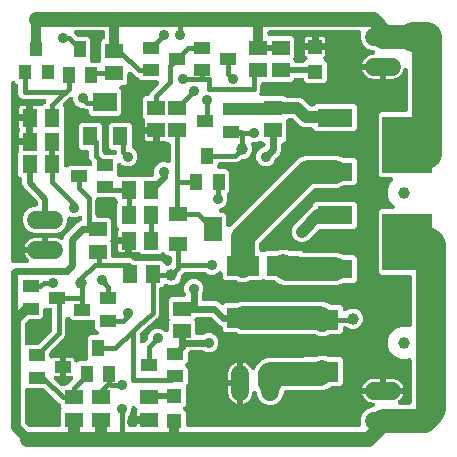
<source format=gtl>
G04 EAGLE Gerber RS-274X export*
G75*
%MOMM*%
%FSLAX34Y34*%
%LPD*%
%INTop Copper*%
%IPPOS*%
%AMOC8*
5,1,8,0,0,1.08239X$1,22.5*%
G01*
%ADD10R,1.300000X1.500000*%
%ADD11R,1.000000X1.200000*%
%ADD12R,1.200000X1.200000*%
%ADD13R,1.400000X1.000000*%
%ADD14R,1.000000X1.400000*%
%ADD15R,1.500000X1.300000*%
%ADD16R,1.600000X1.300000*%
%ADD17R,1.600000X2.000000*%
%ADD18R,2.700000X1.800000*%
%ADD19R,1.300000X1.600000*%
%ADD20R,2.000000X1.600000*%
%ADD21R,3.000000X1.600000*%
%ADD22R,4.191000X4.826000*%
%ADD23C,1.508000*%
%ADD24C,1.000000*%
%ADD25C,0.508000*%
%ADD26C,0.900000*%
%ADD27C,0.406400*%
%ADD28C,1.270000*%
%ADD29C,0.812800*%
%ADD30C,1.016000*%
%ADD31C,0.609600*%
%ADD32C,2.540000*%
%ADD33C,2.000000*%

G36*
X304631Y30228D02*
X304631Y30228D01*
X304645Y30227D01*
X304831Y30248D01*
X305019Y30267D01*
X305032Y30271D01*
X305045Y30272D01*
X305224Y30330D01*
X305404Y30385D01*
X305415Y30391D01*
X305428Y30395D01*
X305593Y30487D01*
X305758Y30577D01*
X305768Y30585D01*
X305780Y30592D01*
X305922Y30714D01*
X306067Y30834D01*
X306075Y30845D01*
X306085Y30853D01*
X306201Y31001D01*
X306319Y31148D01*
X306325Y31160D01*
X306334Y31170D01*
X306418Y31339D01*
X306505Y31505D01*
X306508Y31518D01*
X306514Y31530D01*
X306564Y31712D01*
X306616Y31892D01*
X306617Y31906D01*
X306621Y31919D01*
X306634Y32107D01*
X306649Y32294D01*
X306647Y32307D01*
X306648Y32320D01*
X306624Y32508D01*
X306602Y32693D01*
X306598Y32706D01*
X306596Y32719D01*
X306495Y33035D01*
X306363Y33353D01*
X306363Y37767D01*
X308053Y41846D01*
X311174Y44967D01*
X315200Y46635D01*
X315253Y46657D01*
X316083Y46657D01*
X316110Y46659D01*
X316137Y46657D01*
X316310Y46679D01*
X316484Y46697D01*
X316509Y46704D01*
X316536Y46708D01*
X316702Y46763D01*
X316869Y46815D01*
X316892Y46828D01*
X316918Y46836D01*
X317069Y46923D01*
X317223Y47007D01*
X317243Y47024D01*
X317244Y47024D01*
X317254Y47027D01*
X317387Y47107D01*
X317523Y47180D01*
X317559Y47210D01*
X317599Y47234D01*
X317714Y47338D01*
X317834Y47436D01*
X317863Y47473D01*
X317898Y47504D01*
X317990Y47629D01*
X318087Y47749D01*
X318109Y47790D01*
X318137Y47828D01*
X318202Y47968D01*
X318274Y48105D01*
X318287Y48150D01*
X318307Y48193D01*
X318344Y48343D01*
X318387Y48492D01*
X318391Y48538D01*
X318403Y48584D01*
X318409Y48739D01*
X318422Y48893D01*
X318417Y48939D01*
X318419Y48986D01*
X318394Y49139D01*
X318377Y49293D01*
X318363Y49338D01*
X318355Y49384D01*
X318301Y49529D01*
X318254Y49676D01*
X318231Y49717D01*
X318215Y49761D01*
X318133Y49892D01*
X318057Y50028D01*
X318027Y50063D01*
X318002Y50103D01*
X317896Y50216D01*
X317796Y50334D01*
X317759Y50363D01*
X317727Y50397D01*
X317601Y50486D01*
X317479Y50582D01*
X317437Y50603D01*
X317399Y50630D01*
X317257Y50693D01*
X317119Y50763D01*
X317074Y50775D01*
X317031Y50794D01*
X316788Y50853D01*
X316731Y50869D01*
X316721Y50870D01*
X316709Y50873D01*
X315099Y51128D01*
X313590Y51618D01*
X312176Y52338D01*
X310893Y53271D01*
X309771Y54393D01*
X308838Y55676D01*
X308118Y57090D01*
X307673Y58461D01*
X324532Y58461D01*
X324550Y58462D01*
X324567Y58461D01*
X324750Y58482D01*
X324932Y58501D01*
X324949Y58506D01*
X324967Y58508D01*
X325008Y58521D01*
X325102Y58494D01*
X325120Y58492D01*
X325137Y58488D01*
X325468Y58461D01*
X342327Y58461D01*
X341882Y57090D01*
X341162Y55676D01*
X340229Y54393D01*
X339107Y53271D01*
X338447Y52791D01*
X338321Y52679D01*
X338192Y52572D01*
X338171Y52546D01*
X338146Y52524D01*
X338045Y52389D01*
X337940Y52258D01*
X337925Y52228D01*
X337905Y52202D01*
X337832Y52050D01*
X337754Y51901D01*
X337745Y51869D01*
X337731Y51839D01*
X337689Y51675D01*
X337643Y51514D01*
X337640Y51480D01*
X337632Y51448D01*
X337624Y51280D01*
X337610Y51112D01*
X337614Y51079D01*
X337612Y51046D01*
X337637Y50880D01*
X337657Y50713D01*
X337667Y50681D01*
X337672Y50648D01*
X337730Y50489D01*
X337782Y50330D01*
X337798Y50301D01*
X337810Y50269D01*
X337897Y50126D01*
X337980Y49979D01*
X338002Y49954D01*
X338019Y49925D01*
X338133Y49802D01*
X338243Y49674D01*
X338269Y49654D01*
X338292Y49630D01*
X338428Y49531D01*
X338561Y49428D01*
X338591Y49413D01*
X338618Y49393D01*
X338771Y49323D01*
X338922Y49248D01*
X338954Y49240D01*
X338984Y49226D01*
X339147Y49188D01*
X339310Y49144D01*
X339348Y49141D01*
X339376Y49134D01*
X339462Y49131D01*
X339641Y49117D01*
X347472Y49117D01*
X347490Y49119D01*
X347508Y49117D01*
X347690Y49138D01*
X347873Y49157D01*
X347890Y49162D01*
X347907Y49164D01*
X348082Y49221D01*
X348258Y49275D01*
X348273Y49283D01*
X348290Y49289D01*
X348450Y49379D01*
X348612Y49467D01*
X348625Y49478D01*
X348641Y49487D01*
X348780Y49607D01*
X348921Y49724D01*
X348932Y49738D01*
X348946Y49750D01*
X349058Y49895D01*
X349173Y50038D01*
X349181Y50054D01*
X349192Y50068D01*
X349274Y50233D01*
X349359Y50395D01*
X349364Y50412D01*
X349372Y50428D01*
X349419Y50607D01*
X349470Y50782D01*
X349472Y50800D01*
X349476Y50817D01*
X349503Y51148D01*
X349503Y86622D01*
X349502Y86635D01*
X349503Y86648D01*
X349482Y86835D01*
X349463Y87022D01*
X349459Y87035D01*
X349458Y87048D01*
X349400Y87227D01*
X349345Y87407D01*
X349339Y87419D01*
X349335Y87432D01*
X349243Y87595D01*
X349153Y87761D01*
X349145Y87771D01*
X349138Y87783D01*
X349016Y87926D01*
X348896Y88070D01*
X348885Y88079D01*
X348877Y88089D01*
X348728Y88205D01*
X348582Y88323D01*
X348570Y88329D01*
X348560Y88337D01*
X348391Y88422D01*
X348225Y88508D01*
X348212Y88512D01*
X348200Y88518D01*
X348018Y88568D01*
X347838Y88620D01*
X347824Y88621D01*
X347811Y88624D01*
X347625Y88637D01*
X347436Y88652D01*
X347423Y88651D01*
X347410Y88652D01*
X347224Y88628D01*
X347037Y88606D01*
X347024Y88601D01*
X347011Y88600D01*
X346695Y88498D01*
X345597Y88043D01*
X340203Y88043D01*
X335221Y90107D01*
X331407Y93921D01*
X329343Y98903D01*
X329343Y104297D01*
X331407Y109279D01*
X335221Y113093D01*
X340203Y115157D01*
X345597Y115157D01*
X346695Y114702D01*
X346708Y114698D01*
X346719Y114692D01*
X346900Y114640D01*
X347080Y114585D01*
X347093Y114584D01*
X347106Y114580D01*
X347295Y114565D01*
X347481Y114547D01*
X347494Y114549D01*
X347508Y114548D01*
X347694Y114569D01*
X347881Y114589D01*
X347894Y114593D01*
X347907Y114594D01*
X348085Y114653D01*
X348266Y114709D01*
X348277Y114715D01*
X348290Y114719D01*
X348454Y114812D01*
X348619Y114902D01*
X348629Y114911D01*
X348641Y114917D01*
X348783Y115040D01*
X348927Y115161D01*
X348935Y115172D01*
X348946Y115180D01*
X349061Y115329D01*
X349178Y115476D01*
X349184Y115488D01*
X349192Y115498D01*
X349276Y115667D01*
X349362Y115834D01*
X349366Y115847D01*
X349372Y115859D01*
X349421Y116041D01*
X349472Y116221D01*
X349473Y116235D01*
X349476Y116248D01*
X349503Y116578D01*
X349503Y156972D01*
X349501Y156990D01*
X349503Y157008D01*
X349482Y157190D01*
X349463Y157373D01*
X349458Y157390D01*
X349456Y157407D01*
X349399Y157582D01*
X349345Y157758D01*
X349337Y157773D01*
X349331Y157790D01*
X349241Y157950D01*
X349153Y158112D01*
X349142Y158125D01*
X349133Y158141D01*
X349013Y158280D01*
X348896Y158421D01*
X348882Y158432D01*
X348870Y158446D01*
X348725Y158558D01*
X348582Y158673D01*
X348566Y158681D01*
X348552Y158692D01*
X348387Y158774D01*
X348225Y158859D01*
X348208Y158864D01*
X348192Y158872D01*
X348013Y158919D01*
X347838Y158970D01*
X347820Y158972D01*
X347803Y158976D01*
X347472Y159003D01*
X323532Y159003D01*
X321448Y161087D01*
X321448Y212293D01*
X323532Y214377D01*
X333047Y214377D01*
X333056Y214378D01*
X333065Y214377D01*
X333257Y214398D01*
X333448Y214417D01*
X333456Y214419D01*
X333465Y214420D01*
X333648Y214478D01*
X333833Y214535D01*
X333841Y214539D01*
X333849Y214542D01*
X334018Y214635D01*
X334187Y214727D01*
X334194Y214732D01*
X334202Y214737D01*
X334348Y214861D01*
X334496Y214984D01*
X334502Y214991D01*
X334509Y214997D01*
X334628Y215148D01*
X334748Y215298D01*
X334753Y215306D01*
X334758Y215313D01*
X334846Y215486D01*
X334934Y215655D01*
X334936Y215664D01*
X334940Y215672D01*
X334992Y215858D01*
X335045Y216042D01*
X335046Y216051D01*
X335048Y216060D01*
X335063Y216252D01*
X335078Y216444D01*
X335077Y216452D01*
X335078Y216461D01*
X335054Y216654D01*
X335031Y216843D01*
X335029Y216852D01*
X335027Y216861D01*
X334966Y217044D01*
X334906Y217226D01*
X334902Y217234D01*
X334899Y217242D01*
X334803Y217409D01*
X334709Y217577D01*
X334703Y217584D01*
X334698Y217591D01*
X334484Y217844D01*
X331407Y220921D01*
X329343Y225903D01*
X329343Y231297D01*
X331407Y236279D01*
X333214Y238086D01*
X333219Y238093D01*
X333226Y238098D01*
X333346Y238248D01*
X333469Y238397D01*
X333473Y238405D01*
X333478Y238412D01*
X333567Y238582D01*
X333657Y238753D01*
X333660Y238762D01*
X333664Y238769D01*
X333717Y238954D01*
X333772Y239139D01*
X333773Y239148D01*
X333775Y239156D01*
X333791Y239347D01*
X333808Y239540D01*
X333808Y239549D01*
X333808Y239558D01*
X333786Y239747D01*
X333765Y239940D01*
X333762Y239949D01*
X333761Y239957D01*
X333702Y240139D01*
X333644Y240324D01*
X333639Y240332D01*
X333636Y240340D01*
X333542Y240507D01*
X333449Y240676D01*
X333443Y240683D01*
X333439Y240691D01*
X333313Y240836D01*
X333188Y240983D01*
X333181Y240989D01*
X333175Y240996D01*
X333025Y241112D01*
X332872Y241233D01*
X332864Y241237D01*
X332857Y241242D01*
X332686Y241328D01*
X332513Y241415D01*
X332505Y241418D01*
X332497Y241422D01*
X332311Y241472D01*
X332126Y241523D01*
X332117Y241524D01*
X332108Y241526D01*
X331777Y241553D01*
X323532Y241553D01*
X321448Y243637D01*
X321448Y294843D01*
X323532Y296927D01*
X344282Y296927D01*
X344300Y296929D01*
X344318Y296927D01*
X344500Y296948D01*
X344683Y296967D01*
X344700Y296972D01*
X344717Y296974D01*
X344892Y297031D01*
X345068Y297085D01*
X345083Y297093D01*
X345100Y297099D01*
X345260Y297189D01*
X345422Y297277D01*
X345435Y297288D01*
X345451Y297297D01*
X345590Y297417D01*
X345731Y297534D01*
X345742Y297548D01*
X345756Y297560D01*
X345868Y297705D01*
X345983Y297848D01*
X345991Y297864D01*
X346002Y297878D01*
X346084Y298043D01*
X346169Y298205D01*
X346174Y298222D01*
X346182Y298238D01*
X346229Y298417D01*
X346280Y298592D01*
X346282Y298610D01*
X346286Y298627D01*
X346313Y298958D01*
X346313Y332223D01*
X346305Y332307D01*
X346306Y332391D01*
X346285Y332507D01*
X346273Y332624D01*
X346249Y332704D01*
X346233Y332787D01*
X346190Y332896D01*
X346155Y333009D01*
X346115Y333083D01*
X346084Y333161D01*
X346019Y333260D01*
X345963Y333363D01*
X345910Y333427D01*
X345863Y333498D01*
X345781Y333582D01*
X345706Y333672D01*
X345640Y333725D01*
X345581Y333785D01*
X345483Y333851D01*
X345392Y333924D01*
X345317Y333963D01*
X345247Y334010D01*
X345139Y334056D01*
X345035Y334110D01*
X344954Y334133D01*
X344876Y334166D01*
X344761Y334189D01*
X344648Y334221D01*
X344564Y334228D01*
X344481Y334245D01*
X344364Y334244D01*
X344246Y334254D01*
X344163Y334244D01*
X344078Y334244D01*
X343963Y334221D01*
X343847Y334207D01*
X343766Y334181D01*
X343684Y334164D01*
X343575Y334119D01*
X343464Y334082D01*
X343390Y334041D01*
X343313Y334008D01*
X343216Y333942D01*
X343113Y333884D01*
X343049Y333829D01*
X342980Y333782D01*
X342897Y333698D01*
X342809Y333621D01*
X342757Y333555D01*
X342698Y333494D01*
X342634Y333396D01*
X342562Y333303D01*
X342524Y333228D01*
X342478Y333157D01*
X342421Y333020D01*
X342382Y332943D01*
X342371Y332902D01*
X342350Y332851D01*
X341882Y331410D01*
X341162Y329996D01*
X340229Y328713D01*
X339107Y327591D01*
X337824Y326658D01*
X336410Y325938D01*
X334901Y325448D01*
X333333Y325199D01*
X327499Y325199D01*
X327499Y334812D01*
X327497Y334830D01*
X327499Y334847D01*
X327478Y335030D01*
X327459Y335212D01*
X327454Y335229D01*
X327452Y335247D01*
X327395Y335422D01*
X327341Y335597D01*
X327333Y335613D01*
X327327Y335630D01*
X327237Y335790D01*
X327149Y335951D01*
X327138Y335965D01*
X327129Y335981D01*
X327009Y336120D01*
X326892Y336261D01*
X326878Y336272D01*
X326866Y336285D01*
X326721Y336398D01*
X326578Y336513D01*
X326562Y336521D01*
X326548Y336532D01*
X326383Y336614D01*
X326356Y336628D01*
X326301Y336726D01*
X326213Y336888D01*
X326202Y336901D01*
X326193Y336917D01*
X326073Y337056D01*
X325955Y337197D01*
X325942Y337208D01*
X325930Y337222D01*
X325785Y337334D01*
X325642Y337449D01*
X325626Y337457D01*
X325612Y337468D01*
X325447Y337550D01*
X325284Y337635D01*
X325267Y337640D01*
X325251Y337648D01*
X325073Y337695D01*
X324898Y337746D01*
X324880Y337748D01*
X324863Y337752D01*
X324532Y337779D01*
X307673Y337779D01*
X308118Y339150D01*
X308838Y340564D01*
X309771Y341847D01*
X310893Y342969D01*
X312176Y343902D01*
X313590Y344622D01*
X315099Y345112D01*
X316709Y345367D01*
X316754Y345379D01*
X316801Y345384D01*
X316949Y345430D01*
X317098Y345469D01*
X317140Y345490D01*
X317185Y345504D01*
X317321Y345578D01*
X317460Y345646D01*
X317497Y345675D01*
X317538Y345697D01*
X317657Y345797D01*
X317780Y345891D01*
X317810Y345926D01*
X317846Y345956D01*
X317943Y346078D01*
X318045Y346194D01*
X318068Y346235D01*
X318097Y346271D01*
X318168Y346409D01*
X318245Y346543D01*
X318260Y346588D01*
X318281Y346629D01*
X318323Y346779D01*
X318372Y346925D01*
X318378Y346972D01*
X318391Y347017D01*
X318403Y347171D01*
X318422Y347325D01*
X318418Y347372D01*
X318422Y347418D01*
X318403Y347572D01*
X318391Y347726D01*
X318379Y347771D01*
X318373Y347818D01*
X318324Y347965D01*
X318283Y348114D01*
X318261Y348156D01*
X318247Y348200D01*
X318170Y348335D01*
X318099Y348473D01*
X318070Y348509D01*
X318047Y348550D01*
X317946Y348666D01*
X317849Y348788D01*
X317813Y348818D01*
X317783Y348853D01*
X317660Y348947D01*
X317541Y349048D01*
X317500Y349070D01*
X317463Y349099D01*
X317252Y349207D01*
X317208Y349243D01*
X317184Y349256D01*
X317163Y349272D01*
X317006Y349350D01*
X316852Y349432D01*
X316827Y349440D01*
X316803Y349452D01*
X316633Y349497D01*
X316466Y349547D01*
X316440Y349549D01*
X316414Y349556D01*
X316083Y349583D01*
X315253Y349583D01*
X311174Y351273D01*
X308053Y354394D01*
X306363Y358473D01*
X306363Y362887D01*
X306495Y363205D01*
X306499Y363218D01*
X306505Y363229D01*
X306557Y363410D01*
X306611Y363590D01*
X306612Y363603D01*
X306616Y363616D01*
X306632Y363805D01*
X306649Y363991D01*
X306648Y364004D01*
X306649Y364018D01*
X306627Y364204D01*
X306608Y364391D01*
X306604Y364404D01*
X306602Y364417D01*
X306544Y364596D01*
X306488Y364776D01*
X306482Y364787D01*
X306477Y364800D01*
X306385Y364964D01*
X306295Y365129D01*
X306286Y365139D01*
X306279Y365151D01*
X306157Y365293D01*
X306036Y365437D01*
X306025Y365445D01*
X306016Y365456D01*
X305868Y365571D01*
X305721Y365688D01*
X305709Y365694D01*
X305698Y365702D01*
X305529Y365786D01*
X305363Y365872D01*
X305350Y365876D01*
X305338Y365882D01*
X305155Y365931D01*
X304975Y365982D01*
X304962Y365983D01*
X304949Y365986D01*
X304618Y366013D01*
X229362Y366013D01*
X229344Y366011D01*
X229326Y366013D01*
X229144Y365992D01*
X228961Y365973D01*
X228944Y365968D01*
X228927Y365966D01*
X228752Y365909D01*
X228576Y365855D01*
X228561Y365847D01*
X228544Y365841D01*
X228384Y365751D01*
X228222Y365663D01*
X228209Y365652D01*
X228193Y365643D01*
X228054Y365523D01*
X227913Y365406D01*
X227902Y365392D01*
X227888Y365380D01*
X227776Y365235D01*
X227661Y365092D01*
X227653Y365076D01*
X227642Y365062D01*
X227560Y364897D01*
X227475Y364735D01*
X227470Y364718D01*
X227462Y364702D01*
X227415Y364523D01*
X227364Y364348D01*
X227362Y364330D01*
X227358Y364313D01*
X227331Y363982D01*
X227331Y363218D01*
X227333Y363200D01*
X227331Y363182D01*
X227352Y363000D01*
X227371Y362817D01*
X227376Y362800D01*
X227378Y362783D01*
X227435Y362608D01*
X227489Y362432D01*
X227497Y362417D01*
X227503Y362400D01*
X227593Y362240D01*
X227681Y362078D01*
X227692Y362065D01*
X227701Y362049D01*
X227821Y361910D01*
X227938Y361769D01*
X227952Y361758D01*
X227964Y361744D01*
X228109Y361632D01*
X228252Y361517D01*
X228268Y361509D01*
X228282Y361498D01*
X228447Y361416D01*
X228609Y361331D01*
X228626Y361326D01*
X228642Y361318D01*
X228821Y361271D01*
X228996Y361220D01*
X229014Y361218D01*
X229031Y361214D01*
X229362Y361187D01*
X247733Y361187D01*
X249817Y359103D01*
X249817Y343157D01*
X249726Y343066D01*
X249715Y343052D01*
X249701Y343041D01*
X249587Y342897D01*
X249471Y342755D01*
X249463Y342739D01*
X249452Y342725D01*
X249368Y342561D01*
X249283Y342399D01*
X249278Y342382D01*
X249269Y342366D01*
X249220Y342189D01*
X249168Y342013D01*
X249166Y341995D01*
X249161Y341978D01*
X249148Y341795D01*
X249131Y341612D01*
X249133Y341594D01*
X249132Y341577D01*
X249155Y341395D01*
X249175Y341212D01*
X249180Y341195D01*
X249182Y341177D01*
X249241Y341004D01*
X249296Y340828D01*
X249305Y340812D01*
X249311Y340796D01*
X249403Y340636D01*
X249491Y340476D01*
X249503Y340462D01*
X249512Y340447D01*
X249726Y340194D01*
X249833Y340087D01*
X249838Y340040D01*
X249857Y339857D01*
X249862Y339840D01*
X249864Y339823D01*
X249921Y339648D01*
X249975Y339472D01*
X249983Y339457D01*
X249989Y339440D01*
X250079Y339280D01*
X250167Y339118D01*
X250178Y339105D01*
X250187Y339089D01*
X250307Y338950D01*
X250424Y338809D01*
X250438Y338798D01*
X250450Y338784D01*
X250595Y338672D01*
X250738Y338557D01*
X250754Y338549D01*
X250768Y338538D01*
X250933Y338456D01*
X251095Y338371D01*
X251112Y338366D01*
X251128Y338358D01*
X251307Y338311D01*
X251482Y338260D01*
X251500Y338258D01*
X251517Y338254D01*
X251848Y338227D01*
X257195Y338227D01*
X257222Y338229D01*
X257249Y338227D01*
X257423Y338249D01*
X257596Y338267D01*
X257621Y338274D01*
X257648Y338278D01*
X257814Y338334D01*
X257981Y338385D01*
X258004Y338397D01*
X258030Y338406D01*
X258181Y338493D01*
X258335Y338577D01*
X258355Y338594D01*
X258379Y338607D01*
X258632Y338822D01*
X260755Y340945D01*
X260807Y341009D01*
X260866Y341066D01*
X260934Y341164D01*
X261010Y341257D01*
X261049Y341329D01*
X261095Y341397D01*
X261143Y341507D01*
X261199Y341612D01*
X261222Y341691D01*
X261255Y341767D01*
X261279Y341884D01*
X261314Y341998D01*
X261321Y342080D01*
X261338Y342160D01*
X261339Y342280D01*
X261350Y342399D01*
X261341Y342481D01*
X261342Y342563D01*
X261319Y342680D01*
X261307Y342799D01*
X261282Y342878D01*
X261266Y342959D01*
X261221Y343069D01*
X261185Y343183D01*
X261145Y343255D01*
X261114Y343331D01*
X261048Y343431D01*
X260990Y343536D01*
X260937Y343598D01*
X260892Y343667D01*
X260807Y343751D01*
X260730Y343843D01*
X260665Y343894D01*
X260607Y343952D01*
X260482Y344039D01*
X260418Y344089D01*
X259937Y344570D01*
X259602Y345149D01*
X259429Y345795D01*
X259429Y349131D01*
X267002Y349131D01*
X267020Y349132D01*
X267037Y349131D01*
X267220Y349152D01*
X267402Y349171D01*
X267419Y349176D01*
X267437Y349178D01*
X267612Y349235D01*
X267787Y349289D01*
X267803Y349297D01*
X267820Y349303D01*
X267969Y349387D01*
X268023Y349360D01*
X268186Y349275D01*
X268203Y349270D01*
X268219Y349262D01*
X268397Y349214D01*
X268572Y349164D01*
X268590Y349162D01*
X268607Y349158D01*
X268938Y349131D01*
X276511Y349131D01*
X276511Y345795D01*
X276338Y345149D01*
X276003Y344570D01*
X275510Y344076D01*
X275467Y344053D01*
X275376Y343976D01*
X275279Y343906D01*
X275223Y343845D01*
X275160Y343792D01*
X275086Y343699D01*
X275004Y343611D01*
X274961Y343541D01*
X274910Y343476D01*
X274856Y343370D01*
X274794Y343268D01*
X274765Y343191D01*
X274728Y343117D01*
X274696Y343002D01*
X274655Y342890D01*
X274642Y342809D01*
X274620Y342730D01*
X274611Y342610D01*
X274593Y342492D01*
X274597Y342410D01*
X274591Y342328D01*
X274606Y342209D01*
X274611Y342090D01*
X274631Y342010D01*
X274641Y341929D01*
X274679Y341815D01*
X274708Y341699D01*
X274743Y341625D01*
X274769Y341547D01*
X274829Y341443D01*
X274880Y341335D01*
X274929Y341269D01*
X274970Y341198D01*
X275069Y341082D01*
X275121Y341012D01*
X275151Y340985D01*
X275185Y340945D01*
X277527Y338603D01*
X277527Y323657D01*
X275443Y321573D01*
X260497Y321573D01*
X258413Y323657D01*
X258413Y324002D01*
X258411Y324020D01*
X258413Y324038D01*
X258392Y324220D01*
X258373Y324403D01*
X258368Y324420D01*
X258366Y324437D01*
X258309Y324612D01*
X258255Y324788D01*
X258247Y324803D01*
X258241Y324820D01*
X258151Y324980D01*
X258063Y325142D01*
X258052Y325155D01*
X258043Y325171D01*
X257923Y325310D01*
X257806Y325451D01*
X257792Y325462D01*
X257780Y325476D01*
X257635Y325588D01*
X257492Y325703D01*
X257476Y325711D01*
X257462Y325722D01*
X257297Y325804D01*
X257135Y325889D01*
X257118Y325894D01*
X257102Y325902D01*
X256923Y325949D01*
X256748Y326000D01*
X256730Y326002D01*
X256713Y326006D01*
X256382Y326033D01*
X251848Y326033D01*
X251830Y326031D01*
X251812Y326033D01*
X251630Y326012D01*
X251447Y325993D01*
X251430Y325988D01*
X251413Y325986D01*
X251238Y325929D01*
X251062Y325875D01*
X251047Y325867D01*
X251030Y325861D01*
X250870Y325771D01*
X250708Y325683D01*
X250695Y325672D01*
X250679Y325663D01*
X250540Y325543D01*
X250399Y325426D01*
X250388Y325412D01*
X250374Y325400D01*
X250262Y325255D01*
X250147Y325112D01*
X250139Y325096D01*
X250128Y325082D01*
X250045Y324916D01*
X249961Y324755D01*
X249956Y324738D01*
X249948Y324722D01*
X249901Y324543D01*
X249850Y324368D01*
X249848Y324350D01*
X249844Y324333D01*
X249831Y324171D01*
X247733Y322073D01*
X223520Y322073D01*
X223502Y322071D01*
X223484Y322073D01*
X223302Y322052D01*
X223119Y322033D01*
X223102Y322028D01*
X223085Y322026D01*
X222910Y321969D01*
X222734Y321915D01*
X222719Y321907D01*
X222702Y321901D01*
X222542Y321811D01*
X222380Y321723D01*
X222367Y321712D01*
X222351Y321703D01*
X222212Y321583D01*
X222071Y321466D01*
X222060Y321452D01*
X222046Y321440D01*
X221934Y321295D01*
X221819Y321152D01*
X221811Y321136D01*
X221800Y321122D01*
X221718Y320957D01*
X221633Y320795D01*
X221628Y320778D01*
X221620Y320762D01*
X221573Y320583D01*
X221522Y320408D01*
X221520Y320390D01*
X221516Y320373D01*
X221489Y320042D01*
X221489Y315118D01*
X220673Y313150D01*
X220672Y313145D01*
X220670Y313141D01*
X220613Y312952D01*
X220557Y312765D01*
X220556Y312760D01*
X220555Y312755D01*
X220538Y312561D01*
X220519Y312364D01*
X220519Y312359D01*
X220519Y312354D01*
X220540Y312157D01*
X220560Y311963D01*
X220562Y311959D01*
X220562Y311954D01*
X220623Y311764D01*
X220680Y311579D01*
X220683Y311575D01*
X220684Y311570D01*
X220780Y311397D01*
X220874Y311226D01*
X220877Y311222D01*
X220879Y311218D01*
X221006Y311069D01*
X221133Y310918D01*
X221137Y310915D01*
X221140Y310911D01*
X221294Y310789D01*
X221448Y310667D01*
X221452Y310664D01*
X221456Y310661D01*
X221631Y310572D01*
X221806Y310483D01*
X221810Y310481D01*
X221815Y310479D01*
X222007Y310426D01*
X222193Y310373D01*
X222198Y310373D01*
X222203Y310371D01*
X222403Y310357D01*
X222594Y310342D01*
X222599Y310342D01*
X222604Y310342D01*
X222799Y310367D01*
X222963Y310387D01*
X241383Y310387D01*
X242208Y309562D01*
X242229Y309545D01*
X242247Y309524D01*
X242384Y309417D01*
X242520Y309307D01*
X242543Y309294D01*
X242565Y309278D01*
X242722Y309200D01*
X242876Y309118D01*
X242901Y309110D01*
X242925Y309098D01*
X243095Y309053D01*
X243261Y309003D01*
X243288Y309001D01*
X243314Y308994D01*
X243645Y308967D01*
X254448Y308967D01*
X257622Y307652D01*
X263333Y301942D01*
X263353Y301925D01*
X263371Y301904D01*
X263509Y301797D01*
X263644Y301687D01*
X263668Y301674D01*
X263689Y301658D01*
X263846Y301580D01*
X264000Y301498D01*
X264025Y301490D01*
X264049Y301478D01*
X264219Y301433D01*
X264386Y301383D01*
X264412Y301381D01*
X264438Y301374D01*
X264769Y301347D01*
X265035Y301347D01*
X265062Y301349D01*
X265089Y301347D01*
X265263Y301369D01*
X265436Y301387D01*
X265462Y301394D01*
X265488Y301398D01*
X265654Y301454D01*
X265821Y301505D01*
X265845Y301518D01*
X265870Y301526D01*
X266021Y301613D01*
X266175Y301697D01*
X266196Y301714D01*
X266219Y301727D01*
X266472Y301942D01*
X268127Y303597D01*
X301073Y303597D01*
X303157Y301513D01*
X303157Y282567D01*
X301073Y280483D01*
X268127Y280483D01*
X265931Y282679D01*
X265885Y282828D01*
X265877Y282843D01*
X265871Y282860D01*
X265781Y283020D01*
X265693Y283182D01*
X265682Y283195D01*
X265673Y283211D01*
X265553Y283350D01*
X265436Y283491D01*
X265422Y283502D01*
X265410Y283516D01*
X265265Y283628D01*
X265122Y283743D01*
X265106Y283751D01*
X265092Y283762D01*
X264927Y283844D01*
X264765Y283929D01*
X264748Y283934D01*
X264732Y283942D01*
X264553Y283989D01*
X264378Y284040D01*
X264360Y284042D01*
X264343Y284046D01*
X264012Y284073D01*
X258632Y284073D01*
X255458Y285388D01*
X249747Y291098D01*
X249727Y291115D01*
X249709Y291136D01*
X249571Y291243D01*
X249436Y291353D01*
X249412Y291366D01*
X249391Y291382D01*
X249234Y291460D01*
X249080Y291542D01*
X249055Y291550D01*
X249031Y291562D01*
X248861Y291607D01*
X248694Y291657D01*
X248668Y291659D01*
X248642Y291666D01*
X248311Y291693D01*
X245498Y291693D01*
X245480Y291691D01*
X245462Y291693D01*
X245280Y291672D01*
X245097Y291653D01*
X245080Y291648D01*
X245063Y291646D01*
X244888Y291589D01*
X244712Y291535D01*
X244697Y291527D01*
X244680Y291521D01*
X244520Y291431D01*
X244358Y291343D01*
X244345Y291332D01*
X244329Y291323D01*
X244190Y291203D01*
X244049Y291086D01*
X244038Y291072D01*
X244024Y291060D01*
X243912Y290915D01*
X243797Y290772D01*
X243789Y290756D01*
X243778Y290742D01*
X243695Y290577D01*
X243611Y290415D01*
X243606Y290398D01*
X243598Y290382D01*
X243551Y290203D01*
X243500Y290028D01*
X243498Y290010D01*
X243494Y289993D01*
X243467Y289662D01*
X243467Y273357D01*
X241383Y271273D01*
X241046Y271273D01*
X241028Y271271D01*
X241010Y271273D01*
X240828Y271252D01*
X240645Y271233D01*
X240628Y271228D01*
X240611Y271226D01*
X240436Y271169D01*
X240260Y271115D01*
X240245Y271107D01*
X240228Y271101D01*
X240068Y271011D01*
X239906Y270923D01*
X239893Y270912D01*
X239877Y270903D01*
X239738Y270783D01*
X239597Y270666D01*
X239586Y270652D01*
X239572Y270640D01*
X239460Y270495D01*
X239345Y270352D01*
X239337Y270336D01*
X239326Y270322D01*
X239244Y270157D01*
X239159Y269995D01*
X239154Y269978D01*
X239146Y269962D01*
X239098Y269783D01*
X239048Y269608D01*
X239046Y269590D01*
X239042Y269573D01*
X239015Y269242D01*
X239015Y264116D01*
X238009Y261689D01*
X234628Y258307D01*
X234608Y258283D01*
X234585Y258263D01*
X234481Y258127D01*
X234373Y257996D01*
X234358Y257968D01*
X234339Y257944D01*
X234188Y257648D01*
X232890Y254516D01*
X230624Y252250D01*
X227663Y251023D01*
X224457Y251023D01*
X221496Y252250D01*
X219230Y254516D01*
X218003Y257477D01*
X218003Y260683D01*
X219230Y263644D01*
X221496Y265910D01*
X224551Y267176D01*
X224571Y267186D01*
X224592Y267193D01*
X224749Y267282D01*
X224906Y267366D01*
X224923Y267380D01*
X224943Y267391D01*
X225079Y267508D01*
X225217Y267622D01*
X225231Y267640D01*
X225248Y267654D01*
X225357Y267795D01*
X225470Y267935D01*
X225481Y267955D01*
X225494Y267972D01*
X225574Y268132D01*
X225657Y268291D01*
X225664Y268313D01*
X225674Y268333D01*
X225720Y268506D01*
X225770Y268678D01*
X225772Y268700D01*
X225778Y268722D01*
X225805Y269052D01*
X225805Y269242D01*
X225803Y269260D01*
X225805Y269278D01*
X225784Y269460D01*
X225765Y269643D01*
X225760Y269660D01*
X225758Y269677D01*
X225701Y269852D01*
X225647Y270028D01*
X225639Y270043D01*
X225633Y270060D01*
X225543Y270220D01*
X225455Y270382D01*
X225444Y270395D01*
X225435Y270411D01*
X225315Y270550D01*
X225198Y270691D01*
X225184Y270702D01*
X225172Y270716D01*
X225027Y270828D01*
X224884Y270943D01*
X224868Y270951D01*
X224854Y270962D01*
X224689Y271044D01*
X224527Y271129D01*
X224510Y271134D01*
X224494Y271142D01*
X224315Y271189D01*
X224140Y271240D01*
X224122Y271242D01*
X224105Y271246D01*
X223774Y271273D01*
X223437Y271273D01*
X222609Y272101D01*
X222592Y272115D01*
X222577Y272132D01*
X222436Y272243D01*
X222297Y272356D01*
X222278Y272367D01*
X222260Y272380D01*
X222100Y272461D01*
X221942Y272545D01*
X221920Y272551D01*
X221900Y272561D01*
X221728Y272608D01*
X221556Y272660D01*
X221534Y272662D01*
X221512Y272668D01*
X221333Y272680D01*
X221155Y272696D01*
X221133Y272694D01*
X221110Y272695D01*
X220933Y272672D01*
X220755Y272653D01*
X220733Y272646D01*
X220711Y272643D01*
X220395Y272541D01*
X217503Y271343D01*
X215592Y271343D01*
X215579Y271342D01*
X215566Y271343D01*
X215379Y271322D01*
X215192Y271303D01*
X215179Y271299D01*
X215166Y271298D01*
X214987Y271240D01*
X214807Y271185D01*
X214795Y271179D01*
X214782Y271175D01*
X214618Y271083D01*
X214453Y270993D01*
X214442Y270985D01*
X214431Y270978D01*
X214288Y270856D01*
X214144Y270736D01*
X214135Y270725D01*
X214125Y270717D01*
X214009Y270568D01*
X213891Y270422D01*
X213885Y270410D01*
X213877Y270400D01*
X213792Y270231D01*
X213706Y270065D01*
X213702Y270052D01*
X213696Y270040D01*
X213646Y269858D01*
X213594Y269678D01*
X213593Y269664D01*
X213590Y269651D01*
X213577Y269465D01*
X213561Y269276D01*
X213563Y269263D01*
X213562Y269250D01*
X213586Y269064D01*
X213608Y268877D01*
X213612Y268864D01*
X213614Y268851D01*
X213716Y268535D01*
X214297Y267132D01*
X214297Y263728D01*
X212994Y260583D01*
X210587Y258176D01*
X207442Y256873D01*
X205928Y256873D01*
X205902Y256871D01*
X205875Y256873D01*
X205701Y256851D01*
X205528Y256833D01*
X205502Y256826D01*
X205476Y256822D01*
X205310Y256767D01*
X205143Y256715D01*
X205119Y256702D01*
X205094Y256694D01*
X204942Y256607D01*
X204789Y256523D01*
X204768Y256506D01*
X204745Y256493D01*
X204492Y256278D01*
X203396Y255182D01*
X201342Y254331D01*
X187118Y254331D01*
X187100Y254329D01*
X187082Y254331D01*
X186900Y254310D01*
X186717Y254291D01*
X186700Y254286D01*
X186683Y254284D01*
X186508Y254227D01*
X186332Y254173D01*
X186317Y254165D01*
X186300Y254159D01*
X186140Y254069D01*
X185978Y253981D01*
X185965Y253970D01*
X185949Y253961D01*
X185810Y253841D01*
X185669Y253724D01*
X185658Y253710D01*
X185644Y253698D01*
X185532Y253553D01*
X185417Y253410D01*
X185409Y253394D01*
X185398Y253380D01*
X185316Y253215D01*
X185231Y253053D01*
X185226Y253036D01*
X185218Y253020D01*
X185171Y252841D01*
X185120Y252666D01*
X185118Y252648D01*
X185114Y252631D01*
X185087Y252300D01*
X185087Y251097D01*
X185081Y251075D01*
X185026Y250891D01*
X185025Y250882D01*
X185023Y250874D01*
X185007Y250682D01*
X184989Y250491D01*
X184990Y250481D01*
X184990Y250472D01*
X185012Y250283D01*
X185033Y250090D01*
X185035Y250082D01*
X185037Y250073D01*
X185096Y249891D01*
X185154Y249706D01*
X185159Y249698D01*
X185161Y249690D01*
X185256Y249522D01*
X185349Y249354D01*
X185355Y249347D01*
X185359Y249339D01*
X185485Y249194D01*
X185609Y249047D01*
X185617Y249041D01*
X185622Y249034D01*
X185774Y248917D01*
X185925Y248797D01*
X185933Y248793D01*
X185941Y248788D01*
X186113Y248702D01*
X186284Y248615D01*
X186293Y248612D01*
X186301Y248608D01*
X186488Y248558D01*
X186672Y248507D01*
X186681Y248506D01*
X186690Y248504D01*
X187021Y248477D01*
X192503Y248477D01*
X194587Y246393D01*
X194587Y229447D01*
X193495Y228355D01*
X193481Y228338D01*
X193464Y228323D01*
X193354Y228182D01*
X193240Y228044D01*
X193229Y228024D01*
X193216Y228006D01*
X193135Y227846D01*
X193051Y227688D01*
X193045Y227666D01*
X193035Y227646D01*
X192988Y227474D01*
X192937Y227302D01*
X192935Y227280D01*
X192929Y227258D01*
X192916Y227080D01*
X192900Y226901D01*
X192903Y226879D01*
X192901Y226856D01*
X192924Y226680D01*
X192944Y226501D01*
X192950Y226479D01*
X192953Y226457D01*
X193055Y226141D01*
X193477Y225123D01*
X193477Y221917D01*
X192250Y218956D01*
X189984Y216690D01*
X187316Y215585D01*
X187312Y215583D01*
X187307Y215581D01*
X187135Y215488D01*
X186961Y215394D01*
X186957Y215392D01*
X186953Y215389D01*
X186805Y215265D01*
X186650Y215138D01*
X186647Y215135D01*
X186644Y215132D01*
X186521Y214979D01*
X186397Y214825D01*
X186394Y214821D01*
X186392Y214818D01*
X186301Y214643D01*
X186209Y214469D01*
X186208Y214465D01*
X186206Y214461D01*
X186152Y214271D01*
X186096Y214082D01*
X186096Y214078D01*
X186095Y214074D01*
X186079Y213876D01*
X186062Y213681D01*
X186062Y213677D01*
X186062Y213672D01*
X186085Y213475D01*
X186107Y213281D01*
X186108Y213277D01*
X186109Y213273D01*
X186170Y213084D01*
X186230Y212898D01*
X186232Y212894D01*
X186234Y212890D01*
X186331Y212717D01*
X186426Y212546D01*
X186429Y212543D01*
X186432Y212539D01*
X186560Y212390D01*
X186688Y212241D01*
X186692Y212238D01*
X186695Y212234D01*
X186849Y212115D01*
X187005Y211992D01*
X187009Y211990D01*
X187013Y211988D01*
X187189Y211900D01*
X187365Y211812D01*
X187369Y211810D01*
X187373Y211808D01*
X187566Y211757D01*
X187753Y211705D01*
X187758Y211705D01*
X187762Y211704D01*
X188093Y211677D01*
X190343Y211677D01*
X192427Y209593D01*
X192427Y201263D01*
X192428Y201254D01*
X192427Y201245D01*
X192448Y201053D01*
X192467Y200862D01*
X192469Y200854D01*
X192470Y200845D01*
X192528Y200662D01*
X192585Y200477D01*
X192589Y200469D01*
X192592Y200461D01*
X192685Y200292D01*
X192777Y200123D01*
X192782Y200116D01*
X192787Y200108D01*
X192911Y199962D01*
X193034Y199814D01*
X193041Y199808D01*
X193047Y199801D01*
X193198Y199682D01*
X193348Y199562D01*
X193356Y199557D01*
X193363Y199552D01*
X193536Y199464D01*
X193705Y199376D01*
X193714Y199374D01*
X193722Y199370D01*
X193908Y199318D01*
X194092Y199265D01*
X194101Y199264D01*
X194110Y199262D01*
X194303Y199247D01*
X194494Y199232D01*
X194502Y199233D01*
X194511Y199232D01*
X194704Y199256D01*
X194893Y199279D01*
X194902Y199281D01*
X194911Y199283D01*
X195094Y199344D01*
X195276Y199404D01*
X195284Y199408D01*
X195292Y199411D01*
X195459Y199507D01*
X195627Y199601D01*
X195634Y199607D01*
X195641Y199612D01*
X195894Y199826D01*
X199206Y203139D01*
X253941Y257873D01*
X253969Y257885D01*
X253970Y257885D01*
X258923Y259937D01*
X281355Y259937D01*
X281386Y259940D01*
X281417Y259938D01*
X281585Y259960D01*
X281755Y259977D01*
X281785Y259986D01*
X281816Y259990D01*
X281837Y259997D01*
X287297Y259997D01*
X291752Y258151D01*
X291782Y258142D01*
X291810Y258128D01*
X291974Y258084D01*
X292137Y258035D01*
X292168Y258032D01*
X292198Y258024D01*
X292529Y257997D01*
X301073Y257997D01*
X303157Y255913D01*
X303157Y236967D01*
X301073Y234883D01*
X292614Y234883D01*
X292583Y234880D01*
X292552Y234882D01*
X292382Y234860D01*
X292213Y234843D01*
X292184Y234834D01*
X292152Y234830D01*
X291837Y234729D01*
X288131Y233194D01*
X287237Y232823D01*
X268077Y232823D01*
X268050Y232821D01*
X268023Y232823D01*
X267850Y232801D01*
X267676Y232783D01*
X267651Y232776D01*
X267624Y232772D01*
X267458Y232717D01*
X267291Y232665D01*
X267268Y232652D01*
X267242Y232644D01*
X267091Y232557D01*
X266937Y232473D01*
X266917Y232456D01*
X266893Y232443D01*
X266640Y232228D01*
X220752Y186340D01*
X220735Y186319D01*
X220714Y186301D01*
X220607Y186163D01*
X220497Y186028D01*
X220484Y186004D01*
X220468Y185983D01*
X220390Y185826D01*
X220308Y185672D01*
X220300Y185647D01*
X220288Y185623D01*
X220243Y185453D01*
X220193Y185286D01*
X220191Y185260D01*
X220184Y185234D01*
X220157Y184903D01*
X220157Y181368D01*
X220159Y181350D01*
X220157Y181332D01*
X220178Y181150D01*
X220197Y180967D01*
X220202Y180950D01*
X220204Y180933D01*
X220261Y180758D01*
X220315Y180582D01*
X220323Y180567D01*
X220329Y180550D01*
X220419Y180390D01*
X220507Y180228D01*
X220518Y180215D01*
X220527Y180199D01*
X220647Y180060D01*
X220764Y179919D01*
X220778Y179908D01*
X220790Y179894D01*
X220935Y179782D01*
X221078Y179667D01*
X221094Y179659D01*
X221108Y179648D01*
X221273Y179566D01*
X221421Y179489D01*
X222309Y178601D01*
X222322Y178590D01*
X222334Y178576D01*
X222479Y178462D01*
X222620Y178346D01*
X222636Y178338D01*
X222650Y178327D01*
X222814Y178243D01*
X222976Y178158D01*
X222993Y178153D01*
X223009Y178144D01*
X223186Y178095D01*
X223362Y178043D01*
X223380Y178041D01*
X223397Y178036D01*
X223580Y178023D01*
X223763Y178006D01*
X223781Y178008D01*
X223798Y178007D01*
X223980Y178030D01*
X224163Y178050D01*
X224180Y178055D01*
X224198Y178057D01*
X224371Y178116D01*
X224547Y178171D01*
X224563Y178180D01*
X224579Y178186D01*
X224738Y178277D01*
X224899Y178366D01*
X224913Y178378D01*
X224928Y178387D01*
X225181Y178601D01*
X225917Y179337D01*
X235375Y179337D01*
X235406Y179340D01*
X235437Y179338D01*
X235607Y179360D01*
X235776Y179377D01*
X235806Y179386D01*
X235837Y179390D01*
X236153Y179491D01*
X238193Y180337D01*
X243587Y180337D01*
X245627Y179491D01*
X245657Y179482D01*
X245685Y179468D01*
X245850Y179424D01*
X246013Y179375D01*
X246044Y179372D01*
X246074Y179364D01*
X246405Y179337D01*
X255863Y179337D01*
X257158Y178042D01*
X257179Y178025D01*
X257197Y178004D01*
X257334Y177897D01*
X257470Y177787D01*
X257493Y177774D01*
X257515Y177758D01*
X257672Y177680D01*
X257826Y177598D01*
X257851Y177590D01*
X257875Y177578D01*
X258045Y177533D01*
X258211Y177483D01*
X258238Y177481D01*
X258264Y177474D01*
X258595Y177447D01*
X287297Y177447D01*
X291752Y175601D01*
X291782Y175592D01*
X291810Y175578D01*
X291974Y175534D01*
X292137Y175485D01*
X292168Y175482D01*
X292198Y175474D01*
X292529Y175447D01*
X301073Y175447D01*
X303157Y173363D01*
X303157Y154417D01*
X301073Y152333D01*
X292529Y152333D01*
X292498Y152330D01*
X292467Y152332D01*
X292298Y152310D01*
X292128Y152293D01*
X292099Y152284D01*
X292068Y152280D01*
X291752Y152179D01*
X287297Y150333D01*
X241083Y150333D01*
X236101Y152397D01*
X234870Y153628D01*
X234849Y153645D01*
X234831Y153666D01*
X234693Y153773D01*
X234558Y153883D01*
X234534Y153896D01*
X234513Y153912D01*
X234356Y153990D01*
X234202Y154072D01*
X234177Y154080D01*
X234153Y154092D01*
X233983Y154137D01*
X233816Y154187D01*
X233790Y154189D01*
X233764Y154196D01*
X233433Y154223D01*
X225917Y154223D01*
X225181Y154959D01*
X225167Y154970D01*
X225156Y154984D01*
X225012Y155097D01*
X224870Y155214D01*
X224854Y155222D01*
X224840Y155233D01*
X224676Y155316D01*
X224514Y155402D01*
X224497Y155407D01*
X224481Y155416D01*
X224304Y155465D01*
X224128Y155517D01*
X224110Y155519D01*
X224093Y155524D01*
X223910Y155537D01*
X223727Y155554D01*
X223709Y155552D01*
X223692Y155553D01*
X223510Y155530D01*
X223327Y155510D01*
X223310Y155505D01*
X223292Y155503D01*
X223118Y155444D01*
X222943Y155389D01*
X222927Y155380D01*
X222911Y155374D01*
X222752Y155283D01*
X222591Y155194D01*
X222577Y155182D01*
X222562Y155173D01*
X222309Y154959D01*
X221573Y154223D01*
X212115Y154223D01*
X212084Y154220D01*
X212053Y154222D01*
X211883Y154200D01*
X211714Y154183D01*
X211684Y154174D01*
X211653Y154170D01*
X211337Y154069D01*
X209297Y153223D01*
X203903Y153223D01*
X201863Y154069D01*
X201833Y154078D01*
X201805Y154092D01*
X201640Y154136D01*
X201477Y154185D01*
X201446Y154188D01*
X201416Y154196D01*
X201085Y154223D01*
X191627Y154223D01*
X189543Y156307D01*
X189543Y159953D01*
X189542Y159962D01*
X189543Y159971D01*
X189522Y160163D01*
X189503Y160354D01*
X189501Y160363D01*
X189500Y160372D01*
X189442Y160554D01*
X189385Y160739D01*
X189381Y160747D01*
X189378Y160755D01*
X189285Y160924D01*
X189193Y161093D01*
X189188Y161100D01*
X189183Y161108D01*
X189058Y161256D01*
X188936Y161402D01*
X188929Y161408D01*
X188923Y161415D01*
X188771Y161535D01*
X188622Y161655D01*
X188614Y161659D01*
X188607Y161664D01*
X188435Y161752D01*
X188265Y161840D01*
X188256Y161843D01*
X188248Y161847D01*
X188062Y161898D01*
X187878Y161952D01*
X187869Y161952D01*
X187860Y161955D01*
X187668Y161969D01*
X187476Y161984D01*
X187468Y161983D01*
X187459Y161984D01*
X187266Y161960D01*
X187077Y161938D01*
X187068Y161935D01*
X187059Y161934D01*
X186876Y161872D01*
X186694Y161813D01*
X186686Y161808D01*
X186678Y161805D01*
X186512Y161710D01*
X186343Y161615D01*
X186336Y161609D01*
X186329Y161604D01*
X186076Y161390D01*
X184904Y160218D01*
X181943Y158991D01*
X178737Y158991D01*
X175776Y160218D01*
X175130Y160864D01*
X175109Y160881D01*
X175092Y160902D01*
X174954Y161009D01*
X174818Y161119D01*
X174795Y161132D01*
X174773Y161148D01*
X174617Y161226D01*
X174463Y161308D01*
X174437Y161316D01*
X174413Y161328D01*
X174244Y161373D01*
X174077Y161423D01*
X174050Y161425D01*
X174024Y161432D01*
X173693Y161459D01*
X157504Y161459D01*
X157478Y161457D01*
X157451Y161459D01*
X157277Y161437D01*
X157104Y161419D01*
X157078Y161412D01*
X157052Y161408D01*
X156886Y161353D01*
X156719Y161301D01*
X156695Y161288D01*
X156670Y161280D01*
X156518Y161193D01*
X156365Y161109D01*
X156344Y161092D01*
X156321Y161079D01*
X156068Y160864D01*
X155202Y159998D01*
X155185Y159977D01*
X155164Y159960D01*
X155057Y159822D01*
X154947Y159686D01*
X154934Y159663D01*
X154918Y159642D01*
X154840Y159485D01*
X154758Y159331D01*
X154750Y159305D01*
X154738Y159281D01*
X154693Y159112D01*
X154643Y158945D01*
X154641Y158918D01*
X154634Y158892D01*
X154607Y158562D01*
X154607Y157048D01*
X153304Y153903D01*
X150897Y151496D01*
X147752Y150193D01*
X144348Y150193D01*
X142070Y151137D01*
X142049Y151143D01*
X142029Y151153D01*
X141856Y151201D01*
X141685Y151253D01*
X141662Y151255D01*
X141641Y151261D01*
X141462Y151274D01*
X141284Y151291D01*
X141262Y151289D01*
X141239Y151291D01*
X141060Y151268D01*
X140883Y151250D01*
X140862Y151243D01*
X140840Y151240D01*
X140670Y151183D01*
X140499Y151130D01*
X140479Y151119D01*
X140458Y151112D01*
X140303Y151023D01*
X140146Y150937D01*
X140129Y150922D01*
X140109Y150911D01*
X139856Y150696D01*
X138123Y148963D01*
X137770Y148963D01*
X137752Y148961D01*
X137734Y148963D01*
X137552Y148942D01*
X137369Y148923D01*
X137352Y148918D01*
X137335Y148916D01*
X137160Y148859D01*
X136984Y148805D01*
X136969Y148797D01*
X136952Y148791D01*
X136792Y148701D01*
X136630Y148613D01*
X136617Y148602D01*
X136601Y148593D01*
X136462Y148473D01*
X136321Y148356D01*
X136310Y148342D01*
X136296Y148330D01*
X136184Y148185D01*
X136069Y148042D01*
X136061Y148026D01*
X136050Y148012D01*
X135968Y147847D01*
X135883Y147685D01*
X135878Y147668D01*
X135870Y147652D01*
X135823Y147473D01*
X135772Y147298D01*
X135770Y147280D01*
X135766Y147263D01*
X135739Y146932D01*
X135739Y128220D01*
X135758Y128026D01*
X135775Y127837D01*
X135778Y127828D01*
X135779Y127819D01*
X135781Y127812D01*
X135740Y126790D01*
X135742Y126755D01*
X135739Y126710D01*
X135739Y125669D01*
X135721Y125610D01*
X135719Y125601D01*
X135717Y125593D01*
X135716Y125585D01*
X135288Y124657D01*
X135276Y124623D01*
X135256Y124583D01*
X134857Y123621D01*
X134818Y123574D01*
X134813Y123565D01*
X134808Y123559D01*
X134804Y123552D01*
X134053Y122858D01*
X134030Y122832D01*
X133995Y122802D01*
X133259Y122066D01*
X133205Y122038D01*
X133197Y122032D01*
X133190Y122028D01*
X133149Y121994D01*
X132943Y121833D01*
X121454Y111221D01*
X121253Y111036D01*
X121253Y111035D01*
X120462Y110305D01*
X120050Y109924D01*
X120005Y109874D01*
X119954Y109830D01*
X119872Y109724D01*
X119783Y109623D01*
X119749Y109565D01*
X119708Y109512D01*
X119648Y109392D01*
X119580Y109275D01*
X119558Y109211D01*
X119528Y109151D01*
X119493Y109021D01*
X119450Y108894D01*
X119441Y108827D01*
X119424Y108763D01*
X119409Y108580D01*
X119398Y108495D01*
X119400Y108467D01*
X119397Y108432D01*
X119397Y102994D01*
X119398Y102985D01*
X119397Y102976D01*
X119418Y102785D01*
X119437Y102594D01*
X119439Y102585D01*
X119440Y102576D01*
X119498Y102394D01*
X119555Y102209D01*
X119559Y102201D01*
X119562Y102192D01*
X119655Y102024D01*
X119747Y101855D01*
X119752Y101848D01*
X119757Y101840D01*
X119882Y101692D01*
X120004Y101545D01*
X120011Y101540D01*
X120017Y101533D01*
X120169Y101413D01*
X120318Y101293D01*
X120326Y101289D01*
X120333Y101283D01*
X120505Y101196D01*
X120675Y101108D01*
X120684Y101105D01*
X120692Y101101D01*
X120878Y101049D01*
X121062Y100996D01*
X121071Y100995D01*
X121080Y100993D01*
X121272Y100979D01*
X121464Y100963D01*
X121472Y100964D01*
X121481Y100964D01*
X121674Y100988D01*
X121863Y101010D01*
X121872Y101013D01*
X121881Y101014D01*
X122064Y101076D01*
X122246Y101135D01*
X122254Y101140D01*
X122262Y101142D01*
X122428Y101238D01*
X122597Y101333D01*
X122604Y101339D01*
X122611Y101343D01*
X122864Y101558D01*
X124550Y103244D01*
X125968Y104662D01*
X125985Y104683D01*
X126006Y104700D01*
X126113Y104838D01*
X126223Y104974D01*
X126236Y104997D01*
X126252Y105018D01*
X126330Y105175D01*
X126412Y105329D01*
X126420Y105355D01*
X126432Y105379D01*
X126477Y105548D01*
X126527Y105715D01*
X126529Y105742D01*
X126536Y105768D01*
X126563Y106098D01*
X126563Y107013D01*
X127790Y109974D01*
X130056Y112240D01*
X133017Y113467D01*
X136223Y113467D01*
X139184Y112240D01*
X140416Y111008D01*
X140423Y111003D01*
X140428Y110996D01*
X140579Y110875D01*
X140727Y110753D01*
X140735Y110749D01*
X140742Y110743D01*
X140912Y110655D01*
X141083Y110565D01*
X141092Y110562D01*
X141099Y110558D01*
X141284Y110505D01*
X141469Y110450D01*
X141478Y110449D01*
X141486Y110446D01*
X141677Y110431D01*
X141870Y110413D01*
X141879Y110414D01*
X141888Y110414D01*
X142077Y110436D01*
X142270Y110457D01*
X142279Y110459D01*
X142287Y110460D01*
X142469Y110520D01*
X142654Y110578D01*
X142662Y110583D01*
X142670Y110585D01*
X142837Y110680D01*
X143006Y110773D01*
X143013Y110779D01*
X143021Y110783D01*
X143166Y110908D01*
X143313Y111034D01*
X143319Y111041D01*
X143326Y111046D01*
X143442Y111197D01*
X143563Y111349D01*
X143567Y111358D01*
X143572Y111364D01*
X143657Y111535D01*
X143745Y111708D01*
X143748Y111717D01*
X143752Y111725D01*
X143801Y111911D01*
X143853Y112096D01*
X143854Y112105D01*
X143856Y112114D01*
X143883Y112445D01*
X143883Y119123D01*
X143974Y119214D01*
X143985Y119227D01*
X143999Y119239D01*
X144112Y119383D01*
X144229Y119525D01*
X144237Y119541D01*
X144248Y119555D01*
X144331Y119718D01*
X144417Y119881D01*
X144422Y119898D01*
X144431Y119914D01*
X144480Y120090D01*
X144532Y120267D01*
X144534Y120285D01*
X144539Y120302D01*
X144552Y120485D01*
X144569Y120668D01*
X144567Y120685D01*
X144568Y120703D01*
X144545Y120885D01*
X144525Y121068D01*
X144520Y121085D01*
X144518Y121103D01*
X144459Y121277D01*
X144404Y121452D01*
X144395Y121467D01*
X144389Y121484D01*
X144298Y121643D01*
X144209Y121804D01*
X144197Y121818D01*
X144188Y121833D01*
X143974Y122086D01*
X143883Y122177D01*
X143883Y138123D01*
X145967Y140207D01*
X156286Y140207D01*
X156299Y140208D01*
X156313Y140207D01*
X156499Y140228D01*
X156687Y140247D01*
X156699Y140251D01*
X156713Y140252D01*
X156892Y140310D01*
X157071Y140365D01*
X157083Y140371D01*
X157096Y140375D01*
X157261Y140467D01*
X157425Y140557D01*
X157436Y140565D01*
X157447Y140572D01*
X157590Y140694D01*
X157735Y140814D01*
X157743Y140825D01*
X157753Y140833D01*
X157869Y140981D01*
X157987Y141128D01*
X157993Y141140D01*
X158001Y141150D01*
X158086Y141319D01*
X158173Y141485D01*
X158176Y141498D01*
X158182Y141510D01*
X158232Y141691D01*
X158284Y141872D01*
X158285Y141886D01*
X158289Y141899D01*
X158302Y142087D01*
X158317Y142274D01*
X158315Y142287D01*
X158316Y142300D01*
X158292Y142488D01*
X158270Y142673D01*
X158266Y142686D01*
X158264Y142699D01*
X158163Y143015D01*
X157043Y145717D01*
X157043Y148923D01*
X158270Y151884D01*
X160536Y154150D01*
X163497Y155377D01*
X166703Y155377D01*
X169664Y154150D01*
X171930Y151884D01*
X173157Y148923D01*
X173157Y145717D01*
X171859Y142585D01*
X171850Y142555D01*
X171836Y142527D01*
X171792Y142363D01*
X171743Y142200D01*
X171740Y142169D01*
X171732Y142139D01*
X171705Y141808D01*
X171705Y138786D01*
X171707Y138768D01*
X171705Y138750D01*
X171726Y138568D01*
X171745Y138385D01*
X171750Y138368D01*
X171752Y138351D01*
X171809Y138176D01*
X171863Y138000D01*
X171871Y137985D01*
X171877Y137968D01*
X171967Y137808D01*
X172055Y137646D01*
X172066Y137633D01*
X172075Y137617D01*
X172195Y137478D01*
X172312Y137337D01*
X172326Y137326D01*
X172338Y137312D01*
X172483Y137200D01*
X172626Y137085D01*
X172642Y137077D01*
X172656Y137066D01*
X172821Y136984D01*
X172983Y136899D01*
X173000Y136894D01*
X173016Y136886D01*
X173195Y136839D01*
X173370Y136788D01*
X173388Y136786D01*
X173405Y136782D01*
X173736Y136755D01*
X183584Y136755D01*
X186011Y135749D01*
X187589Y134172D01*
X187603Y134160D01*
X187614Y134147D01*
X187758Y134033D01*
X187900Y133916D01*
X187916Y133908D01*
X187930Y133897D01*
X188094Y133814D01*
X188256Y133728D01*
X188273Y133723D01*
X188289Y133715D01*
X188466Y133665D01*
X188642Y133613D01*
X188660Y133611D01*
X188677Y133607D01*
X188860Y133593D01*
X189043Y133577D01*
X189061Y133579D01*
X189079Y133577D01*
X189261Y133600D01*
X189443Y133620D01*
X189460Y133625D01*
X189478Y133628D01*
X189652Y133686D01*
X189827Y133742D01*
X189843Y133750D01*
X189860Y133756D01*
X190018Y133847D01*
X190179Y133936D01*
X190193Y133948D01*
X190209Y133957D01*
X190462Y134172D01*
X191627Y135337D01*
X201085Y135337D01*
X201116Y135340D01*
X201147Y135338D01*
X201317Y135360D01*
X201486Y135377D01*
X201516Y135386D01*
X201547Y135390D01*
X201863Y135491D01*
X203903Y136337D01*
X274887Y136337D01*
X279869Y134273D01*
X279930Y134212D01*
X279951Y134195D01*
X279969Y134174D01*
X280107Y134067D01*
X280242Y133957D01*
X280266Y133944D01*
X280287Y133928D01*
X280444Y133850D01*
X280598Y133768D01*
X280623Y133760D01*
X280647Y133748D01*
X280817Y133703D01*
X280984Y133653D01*
X281010Y133651D01*
X281036Y133644D01*
X281367Y133617D01*
X288883Y133617D01*
X290967Y131533D01*
X290967Y130172D01*
X290968Y130163D01*
X290967Y130154D01*
X290987Y129963D01*
X291007Y129771D01*
X291009Y129762D01*
X291010Y129754D01*
X291068Y129570D01*
X291125Y129386D01*
X291129Y129378D01*
X291132Y129370D01*
X291225Y129200D01*
X291317Y129032D01*
X291322Y129025D01*
X291327Y129017D01*
X291452Y128870D01*
X291574Y128723D01*
X291581Y128717D01*
X291587Y128710D01*
X291739Y128590D01*
X291888Y128470D01*
X291896Y128466D01*
X291903Y128461D01*
X292076Y128373D01*
X292245Y128285D01*
X292254Y128282D01*
X292262Y128278D01*
X292447Y128227D01*
X292632Y128174D01*
X292641Y128173D01*
X292650Y128170D01*
X292842Y128156D01*
X293034Y128141D01*
X293042Y128142D01*
X293051Y128141D01*
X293243Y128165D01*
X293433Y128188D01*
X293442Y128190D01*
X293451Y128191D01*
X293633Y128253D01*
X293816Y128312D01*
X293824Y128317D01*
X293832Y128320D01*
X294000Y128416D01*
X294167Y128510D01*
X294174Y128516D01*
X294181Y128521D01*
X294434Y128735D01*
X294873Y129174D01*
X298018Y130477D01*
X301422Y130477D01*
X304567Y129174D01*
X306974Y126767D01*
X308277Y123622D01*
X308277Y120218D01*
X306974Y117073D01*
X304567Y114666D01*
X301422Y113363D01*
X298018Y113363D01*
X294873Y114666D01*
X294663Y114876D01*
X294642Y114893D01*
X294624Y114914D01*
X294486Y115021D01*
X294351Y115131D01*
X294328Y115144D01*
X294306Y115160D01*
X294150Y115238D01*
X293996Y115320D01*
X293970Y115328D01*
X293946Y115340D01*
X293777Y115385D01*
X293610Y115435D01*
X293583Y115437D01*
X293557Y115444D01*
X293226Y115471D01*
X292998Y115471D01*
X292980Y115469D01*
X292962Y115471D01*
X292780Y115450D01*
X292597Y115431D01*
X292580Y115426D01*
X292563Y115424D01*
X292388Y115367D01*
X292212Y115313D01*
X292197Y115305D01*
X292180Y115299D01*
X292020Y115209D01*
X291858Y115121D01*
X291845Y115110D01*
X291829Y115101D01*
X291690Y114981D01*
X291549Y114864D01*
X291538Y114850D01*
X291524Y114838D01*
X291412Y114693D01*
X291297Y114550D01*
X291289Y114534D01*
X291278Y114520D01*
X291196Y114355D01*
X291111Y114193D01*
X291106Y114176D01*
X291098Y114160D01*
X291051Y113981D01*
X291000Y113806D01*
X290998Y113788D01*
X290994Y113771D01*
X290967Y113440D01*
X290967Y110587D01*
X288883Y108503D01*
X279425Y108503D01*
X279394Y108500D01*
X279363Y108502D01*
X279193Y108480D01*
X279024Y108463D01*
X278994Y108454D01*
X278963Y108450D01*
X278648Y108349D01*
X276607Y107503D01*
X271213Y107503D01*
X269172Y108349D01*
X269143Y108358D01*
X269115Y108372D01*
X268950Y108416D01*
X268787Y108465D01*
X268756Y108468D01*
X268726Y108476D01*
X268395Y108503D01*
X258937Y108503D01*
X258812Y108628D01*
X258791Y108645D01*
X258774Y108666D01*
X258636Y108772D01*
X258500Y108883D01*
X258476Y108896D01*
X258455Y108912D01*
X258299Y108990D01*
X258145Y109072D01*
X258119Y109080D01*
X258095Y109092D01*
X257926Y109137D01*
X257759Y109187D01*
X257732Y109189D01*
X257706Y109196D01*
X257375Y109223D01*
X203903Y109223D01*
X201863Y110069D01*
X201833Y110078D01*
X201805Y110092D01*
X201640Y110136D01*
X201477Y110185D01*
X201446Y110188D01*
X201416Y110196D01*
X201085Y110223D01*
X191627Y110223D01*
X189543Y112307D01*
X189543Y114314D01*
X189541Y114336D01*
X189543Y114358D01*
X189521Y114535D01*
X189503Y114715D01*
X189497Y114736D01*
X189494Y114758D01*
X189438Y114928D01*
X189385Y115099D01*
X189375Y115119D01*
X189368Y115140D01*
X189279Y115296D01*
X189193Y115453D01*
X189179Y115471D01*
X189168Y115490D01*
X189050Y115625D01*
X188936Y115763D01*
X188918Y115777D01*
X188904Y115794D01*
X188762Y115903D01*
X188622Y116015D01*
X188602Y116025D01*
X188584Y116039D01*
X188289Y116191D01*
X185899Y117181D01*
X180129Y122950D01*
X180108Y122967D01*
X180091Y122988D01*
X179953Y123095D01*
X179818Y123205D01*
X179794Y123218D01*
X179773Y123234D01*
X179616Y123312D01*
X179462Y123394D01*
X179436Y123402D01*
X179412Y123414D01*
X179243Y123459D01*
X179076Y123509D01*
X179049Y123511D01*
X179024Y123518D01*
X178693Y123545D01*
X168028Y123545D01*
X168010Y123543D01*
X167992Y123545D01*
X167810Y123524D01*
X167627Y123505D01*
X167610Y123500D01*
X167593Y123498D01*
X167418Y123441D01*
X167242Y123387D01*
X167227Y123379D01*
X167210Y123373D01*
X167050Y123283D01*
X166888Y123195D01*
X166875Y123184D01*
X166859Y123175D01*
X166720Y123055D01*
X166579Y122938D01*
X166568Y122924D01*
X166554Y122912D01*
X166442Y122767D01*
X166327Y122624D01*
X166319Y122608D01*
X166308Y122594D01*
X166226Y122429D01*
X166200Y122380D01*
X165906Y122086D01*
X165895Y122072D01*
X165881Y122061D01*
X165767Y121917D01*
X165651Y121775D01*
X165643Y121759D01*
X165632Y121745D01*
X165548Y121581D01*
X165463Y121419D01*
X165458Y121402D01*
X165449Y121386D01*
X165400Y121209D01*
X165348Y121033D01*
X165346Y121015D01*
X165341Y120998D01*
X165328Y120815D01*
X165311Y120632D01*
X165313Y120614D01*
X165312Y120597D01*
X165335Y120414D01*
X165355Y120232D01*
X165360Y120215D01*
X165362Y120197D01*
X165421Y120024D01*
X165476Y119848D01*
X165485Y119832D01*
X165491Y119816D01*
X165583Y119656D01*
X165671Y119496D01*
X165683Y119482D01*
X165692Y119467D01*
X165906Y119214D01*
X165997Y119123D01*
X165997Y110236D01*
X165999Y110218D01*
X165997Y110200D01*
X166018Y110018D01*
X166037Y109835D01*
X166042Y109818D01*
X166044Y109801D01*
X166101Y109626D01*
X166155Y109450D01*
X166163Y109435D01*
X166169Y109418D01*
X166259Y109258D01*
X166347Y109096D01*
X166358Y109083D01*
X166367Y109067D01*
X166487Y108928D01*
X166604Y108787D01*
X166618Y108776D01*
X166630Y108762D01*
X166775Y108650D01*
X166918Y108535D01*
X166934Y108527D01*
X166948Y108516D01*
X167113Y108434D01*
X167275Y108349D01*
X167292Y108344D01*
X167308Y108336D01*
X167487Y108289D01*
X167662Y108238D01*
X167680Y108236D01*
X167697Y108232D01*
X168028Y108205D01*
X172288Y108205D01*
X172319Y108208D01*
X172350Y108206D01*
X172520Y108228D01*
X172689Y108245D01*
X172718Y108254D01*
X172749Y108258D01*
X173065Y108359D01*
X176197Y109657D01*
X179403Y109657D01*
X182364Y108430D01*
X184630Y106164D01*
X185857Y103203D01*
X185857Y99997D01*
X184630Y97036D01*
X182364Y94770D01*
X179403Y93543D01*
X176197Y93543D01*
X173065Y94841D01*
X173035Y94850D01*
X173007Y94864D01*
X172843Y94908D01*
X172680Y94957D01*
X172649Y94960D01*
X172619Y94968D01*
X172288Y94995D01*
X162384Y94995D01*
X162362Y94993D01*
X162339Y94995D01*
X162162Y94973D01*
X161983Y94955D01*
X161962Y94949D01*
X161940Y94946D01*
X161770Y94890D01*
X161598Y94837D01*
X161579Y94827D01*
X161557Y94820D01*
X161402Y94731D01*
X161244Y94645D01*
X161227Y94631D01*
X161208Y94620D01*
X161072Y94502D01*
X160935Y94388D01*
X160921Y94370D01*
X160904Y94356D01*
X160794Y94213D01*
X160683Y94074D01*
X160672Y94054D01*
X160659Y94036D01*
X160553Y93830D01*
X160544Y93823D01*
X160437Y93685D01*
X160327Y93550D01*
X160314Y93526D01*
X160298Y93505D01*
X160220Y93348D01*
X160138Y93194D01*
X160130Y93168D01*
X160118Y93144D01*
X160073Y92975D01*
X160023Y92808D01*
X160021Y92781D01*
X160014Y92756D01*
X159987Y92425D01*
X159987Y85577D01*
X158396Y83986D01*
X158385Y83973D01*
X158371Y83961D01*
X158257Y83817D01*
X158141Y83675D01*
X158133Y83659D01*
X158122Y83645D01*
X158038Y83481D01*
X157953Y83319D01*
X157948Y83302D01*
X157939Y83286D01*
X157890Y83109D01*
X157838Y82933D01*
X157836Y82915D01*
X157831Y82898D01*
X157818Y82715D01*
X157801Y82532D01*
X157803Y82514D01*
X157802Y82497D01*
X157825Y82315D01*
X157845Y82132D01*
X157850Y82115D01*
X157852Y82097D01*
X157911Y81924D01*
X157966Y81748D01*
X157975Y81732D01*
X157981Y81716D01*
X158073Y81556D01*
X158161Y81396D01*
X158173Y81382D01*
X158182Y81367D01*
X158396Y81114D01*
X159987Y79523D01*
X159987Y66577D01*
X158742Y65332D01*
X158725Y65311D01*
X158704Y65294D01*
X158597Y65156D01*
X158487Y65020D01*
X158474Y64997D01*
X158458Y64975D01*
X158380Y64819D01*
X158298Y64665D01*
X158290Y64639D01*
X158278Y64615D01*
X158233Y64446D01*
X158183Y64279D01*
X158181Y64252D01*
X158174Y64226D01*
X158147Y63895D01*
X158147Y48747D01*
X156556Y47156D01*
X156545Y47142D01*
X156531Y47131D01*
X156417Y46987D01*
X156301Y46845D01*
X156293Y46829D01*
X156282Y46815D01*
X156198Y46651D01*
X156113Y46489D01*
X156108Y46472D01*
X156099Y46456D01*
X156050Y46279D01*
X155998Y46103D01*
X155996Y46085D01*
X155991Y46068D01*
X155978Y45885D01*
X155961Y45702D01*
X155963Y45684D01*
X155962Y45667D01*
X155985Y45485D01*
X156005Y45302D01*
X156010Y45285D01*
X156012Y45267D01*
X156071Y45093D01*
X156126Y44918D01*
X156135Y44902D01*
X156141Y44886D01*
X156232Y44727D01*
X156321Y44566D01*
X156333Y44552D01*
X156342Y44537D01*
X156556Y44284D01*
X158147Y42693D01*
X158147Y32258D01*
X158149Y32240D01*
X158147Y32222D01*
X158168Y32040D01*
X158187Y31857D01*
X158192Y31840D01*
X158194Y31823D01*
X158251Y31648D01*
X158305Y31472D01*
X158313Y31457D01*
X158319Y31440D01*
X158409Y31280D01*
X158497Y31118D01*
X158508Y31105D01*
X158517Y31089D01*
X158637Y30950D01*
X158754Y30809D01*
X158768Y30798D01*
X158780Y30784D01*
X158925Y30672D01*
X159068Y30557D01*
X159084Y30549D01*
X159098Y30538D01*
X159263Y30456D01*
X159425Y30371D01*
X159442Y30366D01*
X159458Y30358D01*
X159637Y30311D01*
X159812Y30260D01*
X159830Y30258D01*
X159847Y30254D01*
X160178Y30227D01*
X304618Y30227D01*
X304631Y30228D01*
G37*
G36*
X119415Y241513D02*
X119415Y241513D01*
X119433Y241512D01*
X119615Y241535D01*
X119798Y241555D01*
X119815Y241560D01*
X119833Y241562D01*
X120007Y241621D01*
X120182Y241676D01*
X120197Y241685D01*
X120214Y241691D01*
X120374Y241783D01*
X120534Y241871D01*
X120548Y241883D01*
X120563Y241892D01*
X120816Y242106D01*
X120907Y242197D01*
X129672Y242197D01*
X129686Y242198D01*
X129699Y242197D01*
X129885Y242218D01*
X130073Y242237D01*
X130086Y242241D01*
X130099Y242242D01*
X130277Y242299D01*
X130458Y242355D01*
X130470Y242361D01*
X130482Y242365D01*
X130647Y242457D01*
X130812Y242547D01*
X130822Y242555D01*
X130834Y242562D01*
X130978Y242685D01*
X131121Y242804D01*
X131129Y242815D01*
X131140Y242823D01*
X131256Y242972D01*
X131373Y243118D01*
X131380Y243130D01*
X131388Y243140D01*
X131473Y243309D01*
X131559Y243475D01*
X131563Y243488D01*
X131569Y243500D01*
X131618Y243682D01*
X131670Y243862D01*
X131671Y243876D01*
X131675Y243889D01*
X131688Y244075D01*
X131703Y244264D01*
X131702Y244277D01*
X131703Y244290D01*
X131678Y244476D01*
X131656Y244663D01*
X131652Y244676D01*
X131650Y244689D01*
X131643Y244712D01*
X131643Y247983D01*
X132870Y250944D01*
X135136Y253210D01*
X138097Y254437D01*
X141303Y254437D01*
X142733Y253844D01*
X142746Y253840D01*
X142757Y253834D01*
X142937Y253783D01*
X143118Y253728D01*
X143131Y253727D01*
X143144Y253723D01*
X143332Y253708D01*
X143519Y253690D01*
X143532Y253691D01*
X143546Y253690D01*
X143732Y253712D01*
X143919Y253731D01*
X143932Y253735D01*
X143945Y253737D01*
X144125Y253795D01*
X144304Y253851D01*
X144315Y253858D01*
X144328Y253862D01*
X144492Y253954D01*
X144657Y254044D01*
X144667Y254053D01*
X144679Y254060D01*
X144821Y254182D01*
X144965Y254304D01*
X144973Y254314D01*
X144984Y254323D01*
X145098Y254471D01*
X145216Y254618D01*
X145222Y254630D01*
X145230Y254641D01*
X145314Y254809D01*
X145400Y254977D01*
X145404Y254989D01*
X145410Y255001D01*
X145459Y255184D01*
X145510Y255364D01*
X145511Y255377D01*
X145514Y255390D01*
X145541Y255721D01*
X145541Y269242D01*
X145539Y269260D01*
X145541Y269278D01*
X145520Y269460D01*
X145501Y269643D01*
X145496Y269660D01*
X145494Y269677D01*
X145437Y269852D01*
X145383Y270028D01*
X145375Y270043D01*
X145369Y270060D01*
X145279Y270220D01*
X145191Y270382D01*
X145180Y270395D01*
X145171Y270411D01*
X145051Y270550D01*
X144934Y270691D01*
X144920Y270702D01*
X144908Y270716D01*
X144763Y270828D01*
X144620Y270943D01*
X144604Y270951D01*
X144590Y270962D01*
X144425Y271044D01*
X144263Y271129D01*
X144246Y271134D01*
X144230Y271142D01*
X144051Y271189D01*
X143876Y271240D01*
X143858Y271242D01*
X143841Y271246D01*
X143510Y271273D01*
X142157Y271273D01*
X141736Y271694D01*
X141715Y271711D01*
X141697Y271732D01*
X141560Y271839D01*
X141424Y271949D01*
X141401Y271962D01*
X141379Y271978D01*
X141222Y272056D01*
X141068Y272138D01*
X141043Y272146D01*
X141019Y272158D01*
X140849Y272203D01*
X140683Y272253D01*
X140656Y272255D01*
X140630Y272262D01*
X140299Y272289D01*
X136599Y272289D01*
X136599Y280112D01*
X136597Y280130D01*
X136599Y280147D01*
X136578Y280330D01*
X136559Y280512D01*
X136554Y280529D01*
X136552Y280547D01*
X136495Y280722D01*
X136441Y280897D01*
X136433Y280913D01*
X136427Y280930D01*
X136337Y281090D01*
X136249Y281251D01*
X136238Y281265D01*
X136229Y281281D01*
X136109Y281420D01*
X135992Y281561D01*
X135978Y281572D01*
X135966Y281585D01*
X135821Y281698D01*
X135678Y281813D01*
X135662Y281821D01*
X135648Y281832D01*
X135483Y281914D01*
X135321Y281998D01*
X135304Y282003D01*
X135288Y282011D01*
X135109Y282059D01*
X134934Y282110D01*
X134916Y282111D01*
X134899Y282116D01*
X134568Y282143D01*
X134163Y282143D01*
X134163Y282548D01*
X134161Y282566D01*
X134163Y282584D01*
X134141Y282766D01*
X134123Y282949D01*
X134118Y282966D01*
X134116Y282983D01*
X134059Y283158D01*
X134005Y283334D01*
X133997Y283349D01*
X133991Y283366D01*
X133901Y283526D01*
X133813Y283688D01*
X133802Y283701D01*
X133793Y283717D01*
X133673Y283856D01*
X133555Y283997D01*
X133542Y284008D01*
X133530Y284022D01*
X133385Y284134D01*
X133242Y284249D01*
X133226Y284257D01*
X133212Y284268D01*
X133047Y284350D01*
X132884Y284435D01*
X132867Y284440D01*
X132851Y284448D01*
X132673Y284495D01*
X132498Y284546D01*
X132480Y284548D01*
X132463Y284552D01*
X132132Y284579D01*
X123309Y284579D01*
X123309Y288165D01*
X123482Y288811D01*
X123566Y288955D01*
X123630Y289097D01*
X123700Y289235D01*
X123712Y289279D01*
X123732Y289322D01*
X123766Y289473D01*
X123808Y289623D01*
X123811Y289669D01*
X123822Y289714D01*
X123826Y289869D01*
X123837Y290024D01*
X123831Y290070D01*
X123833Y290117D01*
X123806Y290270D01*
X123787Y290424D01*
X123772Y290468D01*
X123764Y290514D01*
X123708Y290658D01*
X123659Y290805D01*
X123635Y290846D01*
X123619Y290889D01*
X123535Y291020D01*
X123458Y291154D01*
X123424Y291194D01*
X123402Y291228D01*
X123342Y291291D01*
X123243Y291407D01*
X122293Y292357D01*
X122293Y308303D01*
X124377Y310387D01*
X125901Y310387D01*
X125923Y310389D01*
X125945Y310387D01*
X126123Y310409D01*
X126301Y310427D01*
X126323Y310433D01*
X126345Y310436D01*
X126515Y310492D01*
X126686Y310545D01*
X126706Y310555D01*
X126727Y310562D01*
X126883Y310651D01*
X127040Y310737D01*
X127057Y310751D01*
X127077Y310762D01*
X127212Y310880D01*
X127350Y310994D01*
X127364Y311012D01*
X127380Y311026D01*
X127490Y311169D01*
X127602Y311308D01*
X127612Y311328D01*
X127626Y311345D01*
X127777Y311641D01*
X128612Y313656D01*
X130470Y315514D01*
X135062Y320106D01*
X135068Y320113D01*
X135075Y320118D01*
X135195Y320268D01*
X135317Y320417D01*
X135321Y320425D01*
X135327Y320432D01*
X135415Y320602D01*
X135506Y320773D01*
X135508Y320782D01*
X135512Y320789D01*
X135566Y320974D01*
X135621Y321159D01*
X135621Y321168D01*
X135624Y321176D01*
X135639Y321367D01*
X135657Y321560D01*
X135656Y321569D01*
X135657Y321578D01*
X135634Y321767D01*
X135614Y321960D01*
X135611Y321969D01*
X135610Y321977D01*
X135550Y322159D01*
X135492Y322344D01*
X135488Y322352D01*
X135485Y322360D01*
X135390Y322528D01*
X135297Y322696D01*
X135291Y322703D01*
X135287Y322711D01*
X135161Y322857D01*
X135037Y323003D01*
X135030Y323009D01*
X135024Y323016D01*
X134873Y323132D01*
X134721Y323253D01*
X134713Y323257D01*
X134706Y323262D01*
X134534Y323348D01*
X134362Y323435D01*
X134353Y323438D01*
X134345Y323442D01*
X134159Y323492D01*
X133974Y323543D01*
X133965Y323544D01*
X133956Y323546D01*
X133626Y323573D01*
X120227Y323573D01*
X117818Y325982D01*
X117793Y326027D01*
X117779Y326044D01*
X117768Y326064D01*
X117650Y326200D01*
X117536Y326337D01*
X117518Y326351D01*
X117504Y326368D01*
X117362Y326477D01*
X117222Y326589D01*
X117202Y326599D01*
X117184Y326613D01*
X116889Y326765D01*
X115374Y327392D01*
X112314Y330452D01*
X112307Y330458D01*
X112302Y330465D01*
X112152Y330585D01*
X112003Y330707D01*
X111995Y330711D01*
X111988Y330717D01*
X111818Y330805D01*
X111647Y330896D01*
X111638Y330898D01*
X111631Y330902D01*
X111446Y330955D01*
X111261Y331011D01*
X111252Y331011D01*
X111244Y331014D01*
X111053Y331029D01*
X110860Y331047D01*
X110851Y331046D01*
X110842Y331047D01*
X110653Y331024D01*
X110460Y331004D01*
X110451Y331001D01*
X110443Y331000D01*
X110261Y330940D01*
X110076Y330882D01*
X110068Y330878D01*
X110060Y330875D01*
X109891Y330780D01*
X109724Y330687D01*
X109717Y330681D01*
X109709Y330677D01*
X109563Y330551D01*
X109417Y330427D01*
X109411Y330420D01*
X109404Y330414D01*
X109287Y330262D01*
X109167Y330111D01*
X109163Y330103D01*
X109158Y330096D01*
X109072Y329924D01*
X108985Y329752D01*
X108982Y329743D01*
X108978Y329735D01*
X108928Y329547D01*
X108877Y329364D01*
X108876Y329355D01*
X108874Y329346D01*
X108847Y329016D01*
X108847Y321617D01*
X106763Y319533D01*
X103901Y319533D01*
X103892Y319532D01*
X103883Y319533D01*
X103691Y319512D01*
X103500Y319493D01*
X103491Y319491D01*
X103483Y319490D01*
X103300Y319432D01*
X103115Y319375D01*
X103107Y319371D01*
X103099Y319368D01*
X102930Y319275D01*
X102761Y319183D01*
X102754Y319178D01*
X102746Y319173D01*
X102599Y319048D01*
X102452Y318926D01*
X102446Y318919D01*
X102439Y318913D01*
X102319Y318761D01*
X102199Y318612D01*
X102195Y318604D01*
X102190Y318597D01*
X102102Y318425D01*
X102014Y318255D01*
X102011Y318246D01*
X102007Y318238D01*
X101955Y318051D01*
X101903Y317868D01*
X101902Y317859D01*
X101899Y317850D01*
X101885Y317658D01*
X101870Y317466D01*
X101871Y317458D01*
X101870Y317449D01*
X101894Y317256D01*
X101917Y317067D01*
X101919Y317058D01*
X101920Y317049D01*
X101982Y316866D01*
X102041Y316684D01*
X102046Y316676D01*
X102049Y316668D01*
X102144Y316501D01*
X102239Y316333D01*
X102245Y316326D01*
X102250Y316319D01*
X102464Y316066D01*
X103727Y314803D01*
X103727Y295857D01*
X101643Y293773D01*
X78697Y293773D01*
X76613Y295857D01*
X76613Y297180D01*
X76611Y297198D01*
X76613Y297216D01*
X76592Y297398D01*
X76573Y297581D01*
X76568Y297598D01*
X76566Y297615D01*
X76509Y297790D01*
X76455Y297966D01*
X76447Y297981D01*
X76441Y297998D01*
X76351Y298158D01*
X76263Y298320D01*
X76252Y298333D01*
X76243Y298349D01*
X76123Y298488D01*
X76006Y298629D01*
X75992Y298640D01*
X75980Y298654D01*
X75835Y298766D01*
X75692Y298881D01*
X75676Y298889D01*
X75662Y298900D01*
X75497Y298982D01*
X75335Y299067D01*
X75318Y299072D01*
X75302Y299080D01*
X75123Y299127D01*
X74948Y299178D01*
X74930Y299180D01*
X74913Y299184D01*
X74582Y299211D01*
X73818Y299211D01*
X71721Y300080D01*
X71692Y300103D01*
X71556Y300213D01*
X71533Y300226D01*
X71512Y300242D01*
X71355Y300320D01*
X71201Y300402D01*
X71175Y300410D01*
X71151Y300422D01*
X70982Y300467D01*
X70815Y300517D01*
X70788Y300519D01*
X70762Y300526D01*
X70432Y300553D01*
X69517Y300553D01*
X66556Y301780D01*
X64290Y304046D01*
X63063Y307007D01*
X63063Y307836D01*
X63062Y307845D01*
X63063Y307854D01*
X63042Y308044D01*
X63023Y308236D01*
X63021Y308245D01*
X63020Y308254D01*
X62962Y308436D01*
X62905Y308621D01*
X62901Y308629D01*
X62898Y308638D01*
X62805Y308806D01*
X62713Y308975D01*
X62708Y308982D01*
X62703Y308990D01*
X62579Y309137D01*
X62456Y309285D01*
X62449Y309290D01*
X62443Y309297D01*
X62292Y309416D01*
X62142Y309537D01*
X62134Y309541D01*
X62127Y309547D01*
X61954Y309634D01*
X61785Y309722D01*
X61776Y309725D01*
X61768Y309729D01*
X61582Y309781D01*
X61398Y309834D01*
X61389Y309835D01*
X61380Y309837D01*
X61187Y309851D01*
X60996Y309867D01*
X60988Y309866D01*
X60979Y309866D01*
X60786Y309842D01*
X60597Y309820D01*
X60588Y309817D01*
X60579Y309816D01*
X60396Y309754D01*
X60214Y309695D01*
X60206Y309690D01*
X60198Y309688D01*
X60031Y309592D01*
X59863Y309497D01*
X59856Y309491D01*
X59849Y309487D01*
X59596Y309272D01*
X56054Y305730D01*
X56053Y305730D01*
X54693Y304369D01*
X54682Y304356D01*
X54668Y304344D01*
X54554Y304199D01*
X54438Y304058D01*
X54430Y304042D01*
X54419Y304028D01*
X54335Y303864D01*
X54249Y303702D01*
X54244Y303685D01*
X54236Y303669D01*
X54187Y303492D01*
X54135Y303316D01*
X54133Y303299D01*
X54128Y303281D01*
X54115Y303098D01*
X54098Y302915D01*
X54100Y302898D01*
X54099Y302880D01*
X54122Y302698D01*
X54142Y302515D01*
X54147Y302498D01*
X54149Y302480D01*
X54208Y302307D01*
X54263Y302131D01*
X54272Y302116D01*
X54278Y302099D01*
X54369Y301940D01*
X54458Y301779D01*
X54470Y301765D01*
X54478Y301750D01*
X54693Y301497D01*
X55117Y301073D01*
X55117Y283072D01*
X55111Y283065D01*
X55103Y283049D01*
X55092Y283035D01*
X55008Y282870D01*
X54923Y282709D01*
X54918Y282692D01*
X54909Y282676D01*
X54860Y282499D01*
X54808Y282323D01*
X54806Y282305D01*
X54801Y282288D01*
X54788Y282105D01*
X54771Y281922D01*
X54773Y281904D01*
X54772Y281887D01*
X54795Y281705D01*
X54815Y281522D01*
X54820Y281505D01*
X54822Y281487D01*
X54881Y281314D01*
X54936Y281138D01*
X54945Y281122D01*
X54951Y281105D01*
X55042Y280946D01*
X55117Y280812D01*
X55117Y251881D01*
X55118Y251872D01*
X55117Y251863D01*
X55138Y251671D01*
X55157Y251480D01*
X55159Y251471D01*
X55160Y251463D01*
X55218Y251280D01*
X55275Y251095D01*
X55279Y251087D01*
X55282Y251079D01*
X55375Y250910D01*
X55467Y250741D01*
X55472Y250734D01*
X55477Y250726D01*
X55602Y250579D01*
X55724Y250432D01*
X55731Y250426D01*
X55737Y250419D01*
X55888Y250300D01*
X56038Y250179D01*
X56046Y250175D01*
X56053Y250170D01*
X56224Y250083D01*
X56395Y249994D01*
X56404Y249991D01*
X56412Y249987D01*
X56598Y249936D01*
X56782Y249883D01*
X56791Y249882D01*
X56800Y249879D01*
X56992Y249865D01*
X57184Y249850D01*
X57192Y249851D01*
X57201Y249850D01*
X57394Y249874D01*
X57583Y249897D01*
X57592Y249899D01*
X57601Y249900D01*
X57784Y249962D01*
X57966Y250021D01*
X57974Y250026D01*
X57982Y250029D01*
X58148Y250124D01*
X58317Y250219D01*
X58324Y250225D01*
X58331Y250230D01*
X58584Y250444D01*
X59267Y251127D01*
X76563Y251127D01*
X76585Y251121D01*
X76769Y251066D01*
X76778Y251065D01*
X76786Y251063D01*
X76978Y251047D01*
X77169Y251029D01*
X77179Y251030D01*
X77188Y251030D01*
X77377Y251052D01*
X77570Y251073D01*
X77578Y251075D01*
X77587Y251077D01*
X77769Y251136D01*
X77954Y251194D01*
X77962Y251199D01*
X77970Y251201D01*
X78138Y251296D01*
X78306Y251389D01*
X78313Y251395D01*
X78321Y251399D01*
X78466Y251525D01*
X78613Y251649D01*
X78619Y251657D01*
X78626Y251662D01*
X78743Y251814D01*
X78863Y251965D01*
X78867Y251973D01*
X78872Y251981D01*
X78958Y252153D01*
X79045Y252324D01*
X79048Y252333D01*
X79052Y252341D01*
X79102Y252528D01*
X79153Y252712D01*
X79154Y252721D01*
X79156Y252730D01*
X79183Y253061D01*
X79183Y253882D01*
X79181Y253908D01*
X79183Y253935D01*
X79161Y254109D01*
X79143Y254282D01*
X79136Y254308D01*
X79132Y254334D01*
X79077Y254500D01*
X79025Y254667D01*
X79012Y254691D01*
X79004Y254716D01*
X78917Y254868D01*
X78833Y255021D01*
X78816Y255042D01*
X78803Y255065D01*
X78588Y255318D01*
X77382Y256524D01*
X76531Y258578D01*
X76531Y262742D01*
X76529Y262760D01*
X76531Y262778D01*
X76510Y262959D01*
X76491Y263143D01*
X76486Y263160D01*
X76484Y263177D01*
X76427Y263352D01*
X76373Y263528D01*
X76365Y263543D01*
X76359Y263560D01*
X76269Y263720D01*
X76181Y263882D01*
X76170Y263895D01*
X76161Y263911D01*
X76041Y264050D01*
X75924Y264191D01*
X75910Y264202D01*
X75898Y264216D01*
X75753Y264328D01*
X75610Y264443D01*
X75594Y264451D01*
X75580Y264462D01*
X75415Y264544D01*
X75253Y264629D01*
X75236Y264634D01*
X75220Y264642D01*
X75041Y264689D01*
X74866Y264740D01*
X74848Y264742D01*
X74831Y264746D01*
X74500Y264773D01*
X69497Y264773D01*
X67413Y266857D01*
X67413Y285803D01*
X69497Y287887D01*
X85443Y287887D01*
X87527Y285803D01*
X87527Y273635D01*
X87530Y273604D01*
X87528Y273573D01*
X87550Y273403D01*
X87567Y273234D01*
X87576Y273205D01*
X87580Y273174D01*
X87681Y272858D01*
X87709Y272792D01*
X87709Y262846D01*
X87711Y262820D01*
X87709Y262793D01*
X87731Y262619D01*
X87749Y262446D01*
X87756Y262420D01*
X87760Y262394D01*
X87815Y262228D01*
X87867Y262061D01*
X87880Y262037D01*
X87888Y262012D01*
X87975Y261860D01*
X88059Y261707D01*
X88076Y261686D01*
X88089Y261663D01*
X88304Y261410D01*
X88492Y261222D01*
X88513Y261205D01*
X88530Y261184D01*
X88668Y261077D01*
X88804Y260967D01*
X88827Y260954D01*
X88848Y260938D01*
X89005Y260860D01*
X89159Y260778D01*
X89185Y260770D01*
X89209Y260758D01*
X89378Y260713D01*
X89545Y260663D01*
X89572Y260661D01*
X89598Y260654D01*
X89928Y260627D01*
X97790Y260627D01*
X97808Y260629D01*
X97826Y260627D01*
X98008Y260648D01*
X98191Y260667D01*
X98208Y260672D01*
X98225Y260674D01*
X98400Y260731D01*
X98576Y260785D01*
X98591Y260793D01*
X98608Y260799D01*
X98768Y260889D01*
X98930Y260977D01*
X98943Y260988D01*
X98959Y260997D01*
X99098Y261117D01*
X99239Y261234D01*
X99250Y261248D01*
X99264Y261260D01*
X99376Y261405D01*
X99491Y261548D01*
X99499Y261564D01*
X99510Y261578D01*
X99592Y261743D01*
X99677Y261905D01*
X99682Y261922D01*
X99690Y261938D01*
X99737Y262117D01*
X99788Y262292D01*
X99790Y262310D01*
X99794Y262327D01*
X99821Y262658D01*
X99821Y262742D01*
X99819Y262760D01*
X99821Y262778D01*
X99800Y262959D01*
X99781Y263143D01*
X99776Y263160D01*
X99774Y263177D01*
X99717Y263352D01*
X99663Y263528D01*
X99655Y263543D01*
X99649Y263560D01*
X99559Y263720D01*
X99471Y263882D01*
X99460Y263895D01*
X99451Y263911D01*
X99331Y264050D01*
X99214Y264191D01*
X99200Y264202D01*
X99188Y264216D01*
X99043Y264328D01*
X98900Y264443D01*
X98884Y264451D01*
X98870Y264462D01*
X98705Y264544D01*
X98543Y264629D01*
X98526Y264634D01*
X98510Y264642D01*
X98331Y264689D01*
X98156Y264740D01*
X98138Y264742D01*
X98121Y264746D01*
X97790Y264773D01*
X94897Y264773D01*
X92813Y266857D01*
X92813Y285803D01*
X94897Y287887D01*
X110843Y287887D01*
X112927Y285803D01*
X112927Y267609D01*
X112929Y267582D01*
X112927Y267555D01*
X112949Y267381D01*
X112967Y267208D01*
X112974Y267182D01*
X112978Y267156D01*
X113034Y266990D01*
X113085Y266823D01*
X113098Y266799D01*
X113106Y266774D01*
X113193Y266623D01*
X113277Y266469D01*
X113294Y266448D01*
X113307Y266425D01*
X113522Y266172D01*
X116050Y263644D01*
X117277Y260683D01*
X117277Y257477D01*
X116050Y254516D01*
X113784Y252250D01*
X110823Y251023D01*
X107617Y251023D01*
X104656Y252250D01*
X103764Y253142D01*
X103757Y253147D01*
X103752Y253154D01*
X103602Y253275D01*
X103453Y253397D01*
X103445Y253401D01*
X103438Y253407D01*
X103268Y253495D01*
X103097Y253585D01*
X103088Y253588D01*
X103081Y253592D01*
X102896Y253645D01*
X102711Y253700D01*
X102702Y253701D01*
X102694Y253704D01*
X102503Y253719D01*
X102310Y253737D01*
X102301Y253736D01*
X102292Y253736D01*
X102103Y253714D01*
X101910Y253693D01*
X101901Y253691D01*
X101893Y253690D01*
X101711Y253630D01*
X101526Y253572D01*
X101518Y253567D01*
X101510Y253565D01*
X101343Y253470D01*
X101174Y253377D01*
X101167Y253371D01*
X101159Y253367D01*
X101014Y253241D01*
X100867Y253116D01*
X100861Y253109D01*
X100854Y253104D01*
X100738Y252953D01*
X100617Y252801D01*
X100613Y252792D01*
X100608Y252786D01*
X100523Y252615D01*
X100435Y252442D01*
X100432Y252433D01*
X100428Y252425D01*
X100379Y252239D01*
X100327Y252054D01*
X100326Y252045D01*
X100324Y252036D01*
X100297Y251705D01*
X100297Y245583D01*
X100231Y245502D01*
X100109Y245353D01*
X100105Y245345D01*
X100099Y245338D01*
X100011Y245168D01*
X99921Y244997D01*
X99918Y244988D01*
X99914Y244981D01*
X99861Y244797D01*
X99806Y244611D01*
X99805Y244602D01*
X99803Y244594D01*
X99787Y244403D01*
X99769Y244210D01*
X99770Y244201D01*
X99770Y244192D01*
X99792Y244003D01*
X99813Y243810D01*
X99816Y243801D01*
X99817Y243793D01*
X99876Y243610D01*
X99934Y243426D01*
X99939Y243418D01*
X99941Y243410D01*
X100036Y243241D01*
X100129Y243074D01*
X100135Y243067D01*
X100139Y243059D01*
X100265Y242914D01*
X100390Y242767D01*
X100397Y242761D01*
X100402Y242754D01*
X100553Y242637D01*
X100705Y242517D01*
X100714Y242513D01*
X100721Y242508D01*
X100893Y242422D01*
X101064Y242335D01*
X101073Y242332D01*
X101081Y242328D01*
X101269Y242278D01*
X101452Y242227D01*
X101461Y242226D01*
X101470Y242224D01*
X101801Y242197D01*
X117853Y242197D01*
X117944Y242106D01*
X117957Y242095D01*
X117969Y242081D01*
X118113Y241968D01*
X118255Y241851D01*
X118271Y241843D01*
X118285Y241832D01*
X118448Y241749D01*
X118611Y241663D01*
X118628Y241658D01*
X118644Y241649D01*
X118820Y241600D01*
X118997Y241548D01*
X119015Y241546D01*
X119032Y241541D01*
X119215Y241528D01*
X119398Y241511D01*
X119415Y241513D01*
G37*
G36*
X12241Y169036D02*
X12241Y169036D01*
X12254Y169036D01*
X12440Y169060D01*
X12627Y169082D01*
X12640Y169086D01*
X12653Y169088D01*
X12893Y169165D01*
X23845Y169165D01*
X23854Y169166D01*
X23863Y169165D01*
X24055Y169186D01*
X24246Y169205D01*
X24254Y169207D01*
X24263Y169208D01*
X24445Y169266D01*
X24631Y169323D01*
X24639Y169327D01*
X24647Y169330D01*
X24815Y169423D01*
X24985Y169515D01*
X24991Y169520D01*
X24999Y169525D01*
X25147Y169650D01*
X25294Y169772D01*
X25299Y169779D01*
X25306Y169785D01*
X25426Y169936D01*
X25546Y170086D01*
X25550Y170094D01*
X25556Y170101D01*
X25643Y170272D01*
X25732Y170443D01*
X25734Y170452D01*
X25738Y170460D01*
X25790Y170646D01*
X25843Y170830D01*
X25844Y170839D01*
X25846Y170848D01*
X25860Y171040D01*
X25876Y171232D01*
X25875Y171240D01*
X25876Y171249D01*
X25852Y171440D01*
X25829Y171631D01*
X25826Y171640D01*
X25825Y171649D01*
X25764Y171832D01*
X25704Y172014D01*
X25700Y172022D01*
X25697Y172030D01*
X25602Y172196D01*
X25506Y172365D01*
X25501Y172372D01*
X25496Y172379D01*
X25281Y172632D01*
X24141Y173773D01*
X23208Y175056D01*
X22488Y176470D01*
X22043Y177841D01*
X38902Y177841D01*
X38920Y177842D01*
X38937Y177841D01*
X39120Y177862D01*
X39302Y177881D01*
X39319Y177886D01*
X39337Y177888D01*
X39512Y177945D01*
X39687Y177999D01*
X39703Y178007D01*
X39720Y178013D01*
X39880Y178103D01*
X40041Y178190D01*
X40055Y178202D01*
X40071Y178211D01*
X40210Y178331D01*
X40351Y178448D01*
X40362Y178462D01*
X40375Y178474D01*
X40488Y178619D01*
X40603Y178762D01*
X40611Y178778D01*
X40622Y178792D01*
X40704Y178957D01*
X40718Y178984D01*
X40816Y179039D01*
X40978Y179127D01*
X40991Y179138D01*
X41007Y179147D01*
X41146Y179267D01*
X41287Y179385D01*
X41298Y179398D01*
X41312Y179410D01*
X41424Y179555D01*
X41539Y179698D01*
X41547Y179714D01*
X41558Y179728D01*
X41640Y179893D01*
X41725Y180056D01*
X41730Y180073D01*
X41738Y180089D01*
X41785Y180267D01*
X41836Y180442D01*
X41838Y180460D01*
X41842Y180477D01*
X41869Y180808D01*
X41869Y190421D01*
X47703Y190421D01*
X49271Y190172D01*
X50780Y189682D01*
X52336Y188889D01*
X52341Y188887D01*
X52347Y188883D01*
X52433Y188851D01*
X52514Y188809D01*
X52617Y188779D01*
X52711Y188743D01*
X52715Y188742D01*
X52723Y188739D01*
X52814Y188724D01*
X52902Y188699D01*
X53010Y188691D01*
X53108Y188673D01*
X53111Y188674D01*
X53120Y188672D01*
X53212Y188675D01*
X53303Y188668D01*
X53412Y188681D01*
X53418Y188681D01*
X53510Y188684D01*
X53513Y188684D01*
X53522Y188684D01*
X53612Y188705D01*
X53703Y188716D01*
X53807Y188751D01*
X53833Y188757D01*
X53903Y188773D01*
X53905Y188774D01*
X53914Y188776D01*
X53998Y188814D01*
X54085Y188843D01*
X54181Y188898D01*
X54221Y188916D01*
X54270Y188938D01*
X54271Y188939D01*
X54281Y188943D01*
X54355Y188997D01*
X54435Y189042D01*
X54518Y189115D01*
X54563Y189148D01*
X54597Y189172D01*
X54598Y189173D01*
X54607Y189179D01*
X54669Y189247D01*
X54738Y189307D01*
X54805Y189394D01*
X54848Y189440D01*
X54872Y189466D01*
X54873Y189467D01*
X54880Y189475D01*
X54928Y189553D01*
X54984Y189626D01*
X55046Y189747D01*
X55064Y189777D01*
X55084Y189809D01*
X55084Y189810D01*
X55090Y189819D01*
X55106Y189864D01*
X55135Y189921D01*
X56235Y192575D01*
X66719Y203059D01*
X69357Y204152D01*
X69377Y204163D01*
X69398Y204170D01*
X69554Y204258D01*
X69712Y204342D01*
X69729Y204357D01*
X69749Y204368D01*
X69884Y204484D01*
X70023Y204599D01*
X70037Y204616D01*
X70054Y204631D01*
X70163Y204772D01*
X70276Y204911D01*
X70287Y204931D01*
X70300Y204949D01*
X70380Y205110D01*
X70463Y205268D01*
X70470Y205289D01*
X70480Y205309D01*
X70526Y205483D01*
X70576Y205654D01*
X70578Y205677D01*
X70584Y205698D01*
X70611Y206029D01*
X70611Y207085D01*
X70610Y207098D01*
X70611Y207112D01*
X70590Y207298D01*
X70571Y207486D01*
X70567Y207499D01*
X70566Y207512D01*
X70509Y207689D01*
X70453Y207871D01*
X70447Y207882D01*
X70443Y207895D01*
X70351Y208059D01*
X70261Y208225D01*
X70253Y208235D01*
X70246Y208247D01*
X70124Y208390D01*
X70004Y208534D01*
X69993Y208542D01*
X69985Y208552D01*
X69836Y208669D01*
X69690Y208786D01*
X69678Y208792D01*
X69668Y208801D01*
X69498Y208886D01*
X69333Y208972D01*
X69320Y208975D01*
X69308Y208981D01*
X69125Y209031D01*
X68946Y209083D01*
X68932Y209084D01*
X68919Y209088D01*
X68731Y209101D01*
X68544Y209116D01*
X68531Y209114D01*
X68518Y209115D01*
X68330Y209091D01*
X68145Y209069D01*
X68132Y209065D01*
X68119Y209063D01*
X67803Y208962D01*
X65103Y207843D01*
X61897Y207843D01*
X60815Y208291D01*
X60802Y208295D01*
X60791Y208302D01*
X60611Y208353D01*
X60430Y208408D01*
X60417Y208409D01*
X60404Y208413D01*
X60216Y208428D01*
X60029Y208446D01*
X60016Y208445D01*
X60002Y208446D01*
X59816Y208424D01*
X59629Y208404D01*
X59616Y208400D01*
X59603Y208399D01*
X59424Y208341D01*
X59244Y208285D01*
X59233Y208278D01*
X59220Y208274D01*
X59055Y208181D01*
X58891Y208091D01*
X58881Y208083D01*
X58869Y208076D01*
X58727Y207953D01*
X58583Y207832D01*
X58575Y207822D01*
X58564Y207813D01*
X58450Y207665D01*
X58332Y207517D01*
X58326Y207505D01*
X58318Y207495D01*
X58234Y207327D01*
X58148Y207159D01*
X58144Y207146D01*
X58138Y207134D01*
X58089Y206952D01*
X58038Y206772D01*
X58037Y206759D01*
X58034Y206746D01*
X58007Y206415D01*
X58007Y203533D01*
X56317Y199454D01*
X53196Y196333D01*
X49117Y194643D01*
X29623Y194643D01*
X25544Y196333D01*
X22423Y199454D01*
X20733Y203533D01*
X20733Y207947D01*
X22423Y212026D01*
X25544Y215147D01*
X25740Y215228D01*
X25740Y215229D01*
X29623Y216837D01*
X31242Y216837D01*
X31260Y216839D01*
X31278Y216837D01*
X31460Y216858D01*
X31643Y216877D01*
X31660Y216882D01*
X31677Y216884D01*
X31852Y216941D01*
X32028Y216995D01*
X32043Y217003D01*
X32060Y217009D01*
X32220Y217099D01*
X32382Y217187D01*
X32395Y217198D01*
X32411Y217207D01*
X32550Y217327D01*
X32691Y217444D01*
X32702Y217458D01*
X32716Y217470D01*
X32828Y217615D01*
X32943Y217758D01*
X32951Y217774D01*
X32962Y217788D01*
X33044Y217953D01*
X33129Y218115D01*
X33134Y218132D01*
X33142Y218148D01*
X33189Y218327D01*
X33240Y218502D01*
X33242Y218520D01*
X33246Y218537D01*
X33273Y218868D01*
X33273Y220153D01*
X33271Y220180D01*
X33273Y220207D01*
X33251Y220380D01*
X33233Y220554D01*
X33226Y220579D01*
X33222Y220606D01*
X33167Y220772D01*
X33115Y220939D01*
X33102Y220962D01*
X33094Y220988D01*
X33007Y221139D01*
X32923Y221293D01*
X32906Y221313D01*
X32893Y221337D01*
X32678Y221590D01*
X20891Y233376D01*
X19963Y235617D01*
X19963Y239642D01*
X19961Y239660D01*
X19963Y239678D01*
X19942Y239860D01*
X19923Y240043D01*
X19918Y240060D01*
X19916Y240077D01*
X19859Y240252D01*
X19805Y240428D01*
X19797Y240443D01*
X19791Y240460D01*
X19701Y240620D01*
X19613Y240782D01*
X19602Y240795D01*
X19593Y240811D01*
X19473Y240950D01*
X19356Y241091D01*
X19342Y241102D01*
X19330Y241116D01*
X19185Y241228D01*
X19042Y241343D01*
X19026Y241351D01*
X19012Y241362D01*
X18847Y241444D01*
X18685Y241529D01*
X18668Y241534D01*
X18652Y241542D01*
X18473Y241589D01*
X18298Y241640D01*
X18280Y241642D01*
X18263Y241646D01*
X18101Y241659D01*
X16003Y243757D01*
X16003Y261703D01*
X16449Y262149D01*
X16507Y262220D01*
X16572Y262284D01*
X16634Y262375D01*
X16704Y262461D01*
X16747Y262541D01*
X16798Y262617D01*
X16841Y262719D01*
X16893Y262816D01*
X16919Y262904D01*
X16954Y262988D01*
X16976Y263096D01*
X17008Y263202D01*
X17016Y263293D01*
X17034Y263383D01*
X17034Y263493D01*
X17044Y263603D01*
X17034Y263694D01*
X17034Y263785D01*
X17019Y263868D01*
X17019Y268531D01*
X24842Y268531D01*
X24860Y268532D01*
X24877Y268531D01*
X25060Y268552D01*
X25242Y268571D01*
X25259Y268576D01*
X25277Y268578D01*
X25452Y268635D01*
X25627Y268689D01*
X25643Y268697D01*
X25660Y268703D01*
X25820Y268793D01*
X25981Y268880D01*
X25995Y268892D01*
X26011Y268901D01*
X26150Y269021D01*
X26291Y269138D01*
X26302Y269152D01*
X26315Y269164D01*
X26428Y269309D01*
X26543Y269452D01*
X26551Y269468D01*
X26562Y269482D01*
X26644Y269647D01*
X26728Y269809D01*
X26733Y269826D01*
X26741Y269842D01*
X26789Y270021D01*
X26840Y270196D01*
X26841Y270214D01*
X26846Y270231D01*
X26873Y270562D01*
X26873Y270967D01*
X27278Y270967D01*
X27296Y270969D01*
X27314Y270967D01*
X27496Y270989D01*
X27679Y271007D01*
X27696Y271012D01*
X27713Y271014D01*
X27888Y271071D01*
X28064Y271125D01*
X28079Y271133D01*
X28096Y271139D01*
X28256Y271229D01*
X28418Y271317D01*
X28431Y271328D01*
X28447Y271337D01*
X28586Y271457D01*
X28727Y271575D01*
X28738Y271588D01*
X28752Y271600D01*
X28864Y271745D01*
X28979Y271888D01*
X28987Y271904D01*
X28998Y271918D01*
X29080Y272083D01*
X29165Y272246D01*
X29170Y272263D01*
X29178Y272279D01*
X29225Y272457D01*
X29276Y272632D01*
X29278Y272650D01*
X29282Y272667D01*
X29309Y272998D01*
X29309Y290882D01*
X29307Y290900D01*
X29309Y290917D01*
X29288Y291100D01*
X29269Y291282D01*
X29264Y291299D01*
X29262Y291317D01*
X29205Y291492D01*
X29151Y291667D01*
X29143Y291683D01*
X29137Y291700D01*
X29047Y291860D01*
X28959Y292021D01*
X28948Y292035D01*
X28939Y292051D01*
X28894Y292103D01*
X28979Y292208D01*
X28987Y292224D01*
X28998Y292238D01*
X29080Y292403D01*
X29165Y292566D01*
X29170Y292583D01*
X29178Y292599D01*
X29225Y292777D01*
X29276Y292952D01*
X29278Y292970D01*
X29282Y292987D01*
X29309Y293318D01*
X29309Y302141D01*
X32895Y302141D01*
X33541Y301968D01*
X33685Y301884D01*
X33827Y301820D01*
X33965Y301750D01*
X34009Y301738D01*
X34052Y301718D01*
X34203Y301684D01*
X34353Y301642D01*
X34399Y301639D01*
X34444Y301628D01*
X34599Y301624D01*
X34754Y301613D01*
X34800Y301619D01*
X34847Y301617D01*
X35000Y301644D01*
X35154Y301663D01*
X35198Y301678D01*
X35244Y301686D01*
X35388Y301742D01*
X35535Y301791D01*
X35576Y301815D01*
X35619Y301831D01*
X35750Y301915D01*
X35884Y301992D01*
X35924Y302026D01*
X35958Y302048D01*
X36021Y302108D01*
X36137Y302207D01*
X37087Y303157D01*
X37772Y303157D01*
X37795Y303159D01*
X37817Y303157D01*
X37994Y303179D01*
X38173Y303197D01*
X38194Y303203D01*
X38216Y303206D01*
X38386Y303262D01*
X38558Y303315D01*
X38578Y303325D01*
X38599Y303332D01*
X38754Y303421D01*
X38912Y303507D01*
X38929Y303521D01*
X38948Y303532D01*
X39084Y303650D01*
X39221Y303764D01*
X39235Y303782D01*
X39252Y303796D01*
X39361Y303938D01*
X39473Y304078D01*
X39484Y304098D01*
X39497Y304116D01*
X39649Y304411D01*
X40014Y305293D01*
X40018Y305306D01*
X40024Y305317D01*
X40076Y305498D01*
X40131Y305678D01*
X40132Y305691D01*
X40136Y305704D01*
X40151Y305892D01*
X40169Y306079D01*
X40168Y306092D01*
X40169Y306106D01*
X40147Y306293D01*
X40127Y306479D01*
X40123Y306492D01*
X40122Y306505D01*
X40063Y306685D01*
X40007Y306864D01*
X40001Y306875D01*
X39997Y306888D01*
X39905Y307052D01*
X39814Y307217D01*
X39806Y307227D01*
X39799Y307239D01*
X39675Y307382D01*
X39555Y307525D01*
X39545Y307533D01*
X39536Y307544D01*
X39387Y307659D01*
X39240Y307776D01*
X39228Y307782D01*
X39218Y307790D01*
X39048Y307874D01*
X38882Y307960D01*
X38869Y307964D01*
X38857Y307970D01*
X38674Y308019D01*
X38495Y308070D01*
X38481Y308071D01*
X38468Y308074D01*
X38138Y308101D01*
X20638Y308101D01*
X18584Y308952D01*
X17012Y310524D01*
X16161Y312578D01*
X16161Y319077D01*
X16159Y319104D01*
X16161Y319131D01*
X16139Y319305D01*
X16121Y319478D01*
X16114Y319503D01*
X16110Y319530D01*
X16055Y319695D01*
X16003Y319863D01*
X15991Y319886D01*
X15982Y319912D01*
X15895Y320063D01*
X15811Y320217D01*
X15794Y320237D01*
X15781Y320261D01*
X15566Y320514D01*
X13628Y322452D01*
X13621Y322457D01*
X13616Y322464D01*
X13466Y322585D01*
X13317Y322707D01*
X13309Y322711D01*
X13302Y322717D01*
X13132Y322805D01*
X12961Y322895D01*
X12952Y322898D01*
X12945Y322902D01*
X12760Y322955D01*
X12575Y323010D01*
X12566Y323011D01*
X12558Y323013D01*
X12367Y323029D01*
X12174Y323047D01*
X12165Y323046D01*
X12156Y323046D01*
X11967Y323024D01*
X11774Y323003D01*
X11765Y323000D01*
X11757Y322999D01*
X11575Y322940D01*
X11390Y322882D01*
X11382Y322877D01*
X11374Y322875D01*
X11207Y322780D01*
X11038Y322687D01*
X11031Y322681D01*
X11023Y322677D01*
X10878Y322552D01*
X10731Y322426D01*
X10725Y322419D01*
X10718Y322414D01*
X10602Y322263D01*
X10481Y322110D01*
X10477Y322102D01*
X10472Y322095D01*
X10386Y321924D01*
X10299Y321752D01*
X10296Y321743D01*
X10292Y321735D01*
X10242Y321549D01*
X10191Y321364D01*
X10190Y321355D01*
X10188Y321346D01*
X10161Y321015D01*
X10161Y171066D01*
X10162Y171052D01*
X10161Y171039D01*
X10182Y170852D01*
X10201Y170665D01*
X10205Y170652D01*
X10206Y170639D01*
X10264Y170460D01*
X10319Y170280D01*
X10325Y170269D01*
X10329Y170256D01*
X10422Y170091D01*
X10511Y169926D01*
X10519Y169916D01*
X10526Y169904D01*
X10649Y169760D01*
X10768Y169617D01*
X10779Y169609D01*
X10787Y169598D01*
X10936Y169482D01*
X11082Y169365D01*
X11094Y169358D01*
X11105Y169350D01*
X11273Y169266D01*
X11439Y169179D01*
X11452Y169175D01*
X11464Y169169D01*
X11645Y169120D01*
X11826Y169068D01*
X11840Y169067D01*
X11853Y169063D01*
X12039Y169050D01*
X12228Y169035D01*
X12241Y169036D01*
G37*
%LPC*%
G36*
X227663Y48673D02*
X227663Y48673D01*
X223584Y50363D01*
X220463Y53484D01*
X218773Y57563D01*
X218773Y58393D01*
X218771Y58420D01*
X218773Y58447D01*
X218751Y58620D01*
X218733Y58794D01*
X218725Y58820D01*
X218722Y58846D01*
X218666Y59012D01*
X218615Y59179D01*
X218602Y59202D01*
X218594Y59228D01*
X218507Y59380D01*
X218423Y59533D01*
X218406Y59553D01*
X218406Y59554D01*
X218403Y59564D01*
X218323Y59696D01*
X218250Y59833D01*
X218220Y59869D01*
X218196Y59909D01*
X218092Y60024D01*
X217994Y60144D01*
X217957Y60173D01*
X217926Y60208D01*
X217801Y60300D01*
X217681Y60397D01*
X217640Y60419D01*
X217602Y60447D01*
X217462Y60512D01*
X217325Y60584D01*
X217280Y60597D01*
X217237Y60617D01*
X217087Y60654D01*
X216938Y60697D01*
X216892Y60701D01*
X216846Y60713D01*
X216691Y60719D01*
X216537Y60732D01*
X216491Y60727D01*
X216444Y60729D01*
X216291Y60704D01*
X216137Y60687D01*
X216093Y60673D01*
X216046Y60665D01*
X215901Y60611D01*
X215754Y60564D01*
X215713Y60541D01*
X215669Y60525D01*
X215538Y60443D01*
X215402Y60367D01*
X215367Y60337D01*
X215327Y60312D01*
X215214Y60206D01*
X215096Y60106D01*
X215067Y60069D01*
X215033Y60037D01*
X214944Y59911D01*
X214848Y59789D01*
X214827Y59747D01*
X214800Y59709D01*
X214737Y59567D01*
X214667Y59429D01*
X214655Y59384D01*
X214636Y59341D01*
X214577Y59098D01*
X214561Y59041D01*
X214560Y59032D01*
X214560Y59030D01*
X214560Y59028D01*
X214557Y59019D01*
X214302Y57409D01*
X213812Y55900D01*
X213092Y54486D01*
X212159Y53203D01*
X211037Y52081D01*
X209754Y51148D01*
X208340Y50428D01*
X206969Y49983D01*
X206969Y66842D01*
X206967Y66860D01*
X206969Y66877D01*
X206948Y67059D01*
X206929Y67242D01*
X206924Y67259D01*
X206922Y67277D01*
X206909Y67318D01*
X206936Y67412D01*
X206938Y67430D01*
X206942Y67447D01*
X206969Y67778D01*
X206969Y84637D01*
X208340Y84192D01*
X209754Y83472D01*
X211037Y82539D01*
X212159Y81417D01*
X213092Y80133D01*
X213441Y79448D01*
X213512Y79338D01*
X213575Y79223D01*
X213620Y79169D01*
X213659Y79109D01*
X213750Y79015D01*
X213834Y78915D01*
X213889Y78871D01*
X213939Y78820D01*
X214046Y78745D01*
X214149Y78664D01*
X214212Y78632D01*
X214270Y78591D01*
X214391Y78540D01*
X214507Y78480D01*
X214575Y78461D01*
X214640Y78433D01*
X214769Y78406D01*
X214894Y78370D01*
X214965Y78365D01*
X215034Y78350D01*
X215165Y78349D01*
X215295Y78339D01*
X215366Y78348D01*
X215437Y78347D01*
X215565Y78372D01*
X215695Y78388D01*
X215762Y78410D01*
X215832Y78424D01*
X215954Y78473D01*
X216077Y78514D01*
X216139Y78550D01*
X216205Y78577D01*
X216314Y78649D01*
X216427Y78714D01*
X216481Y78760D01*
X216540Y78800D01*
X216632Y78892D01*
X216731Y78978D01*
X216774Y79035D01*
X216824Y79085D01*
X216896Y79194D01*
X216976Y79298D01*
X217014Y79370D01*
X217047Y79420D01*
X217075Y79491D01*
X217128Y79593D01*
X218377Y82609D01*
X222191Y86423D01*
X227173Y88487D01*
X256965Y88487D01*
X256992Y88489D01*
X257019Y88487D01*
X257192Y88509D01*
X257366Y88527D01*
X257392Y88535D01*
X257418Y88538D01*
X257583Y88593D01*
X257751Y88645D01*
X257775Y88658D01*
X257800Y88666D01*
X257951Y88753D01*
X258105Y88837D01*
X258126Y88854D01*
X258149Y88867D01*
X258402Y89082D01*
X258937Y89617D01*
X268395Y89617D01*
X268426Y89620D01*
X268457Y89618D01*
X268627Y89640D01*
X268796Y89657D01*
X268826Y89666D01*
X268857Y89670D01*
X269172Y89771D01*
X271213Y90617D01*
X276607Y90617D01*
X278648Y89771D01*
X278677Y89762D01*
X278705Y89748D01*
X278870Y89704D01*
X279033Y89655D01*
X279064Y89652D01*
X279094Y89644D01*
X279425Y89617D01*
X288883Y89617D01*
X290967Y87533D01*
X290967Y66587D01*
X288883Y64503D01*
X281367Y64503D01*
X281340Y64501D01*
X281313Y64503D01*
X281140Y64481D01*
X280966Y64463D01*
X280941Y64456D01*
X280914Y64452D01*
X280748Y64397D01*
X280581Y64345D01*
X280558Y64332D01*
X280532Y64324D01*
X280381Y64237D01*
X280227Y64153D01*
X280207Y64136D01*
X280183Y64123D01*
X279930Y63908D01*
X279459Y63437D01*
X274477Y61373D01*
X243442Y61373D01*
X243420Y61371D01*
X243397Y61373D01*
X243220Y61351D01*
X243041Y61333D01*
X243020Y61327D01*
X242998Y61324D01*
X242828Y61268D01*
X242656Y61215D01*
X242637Y61205D01*
X242616Y61198D01*
X242460Y61109D01*
X242302Y61023D01*
X242285Y61009D01*
X242266Y60998D01*
X242131Y60881D01*
X241993Y60766D01*
X241979Y60748D01*
X241962Y60734D01*
X241853Y60592D01*
X241741Y60452D01*
X241730Y60432D01*
X241717Y60414D01*
X241565Y60119D01*
X241326Y59542D01*
X241307Y59518D01*
X241294Y59495D01*
X241278Y59473D01*
X241200Y59317D01*
X241118Y59163D01*
X241110Y59137D01*
X241098Y59113D01*
X241053Y58944D01*
X241003Y58777D01*
X241001Y58750D01*
X240994Y58724D01*
X240967Y58393D01*
X240967Y57563D01*
X239277Y53484D01*
X236156Y50363D01*
X232077Y48673D01*
X227663Y48673D01*
G37*
%LPD*%
%LPC*%
G36*
X254822Y186943D02*
X254822Y186943D01*
X251648Y188258D01*
X249218Y190688D01*
X247903Y193862D01*
X247903Y197298D01*
X249218Y200472D01*
X265448Y216702D01*
X265465Y216723D01*
X265486Y216741D01*
X265593Y216879D01*
X265703Y217014D01*
X265716Y217038D01*
X265732Y217059D01*
X265810Y217215D01*
X265892Y217370D01*
X265900Y217395D01*
X265912Y217419D01*
X265957Y217589D01*
X266007Y217756D01*
X266009Y217782D01*
X266016Y217808D01*
X266043Y218139D01*
X266043Y218963D01*
X268127Y221047D01*
X301073Y221047D01*
X303157Y218963D01*
X303157Y200017D01*
X301073Y197933D01*
X271949Y197933D01*
X271922Y197931D01*
X271895Y197933D01*
X271722Y197911D01*
X271548Y197893D01*
X271523Y197886D01*
X271496Y197882D01*
X271330Y197826D01*
X271163Y197775D01*
X271140Y197762D01*
X271114Y197754D01*
X270963Y197667D01*
X270809Y197583D01*
X270789Y197566D01*
X270765Y197553D01*
X270512Y197338D01*
X261432Y188258D01*
X258258Y186943D01*
X254822Y186943D01*
G37*
%LPD*%
G36*
X53222Y64780D02*
X53222Y64780D01*
X53240Y64779D01*
X53422Y64802D01*
X53605Y64822D01*
X53622Y64827D01*
X53640Y64829D01*
X53813Y64888D01*
X53989Y64943D01*
X54004Y64952D01*
X54021Y64958D01*
X54181Y65049D01*
X54341Y65138D01*
X54355Y65149D01*
X54370Y65158D01*
X54510Y65277D01*
X56830Y65277D01*
X56852Y65279D01*
X56874Y65277D01*
X57052Y65299D01*
X57230Y65317D01*
X57251Y65323D01*
X57274Y65326D01*
X57444Y65382D01*
X57615Y65435D01*
X57635Y65445D01*
X57656Y65452D01*
X57812Y65541D01*
X57969Y65627D01*
X57986Y65641D01*
X58006Y65652D01*
X58141Y65770D01*
X58278Y65884D01*
X58292Y65902D01*
X58309Y65916D01*
X58419Y66059D01*
X58531Y66198D01*
X58541Y66218D01*
X58555Y66236D01*
X58706Y66531D01*
X58762Y66666D01*
X62368Y70272D01*
X62374Y70279D01*
X62381Y70284D01*
X62501Y70434D01*
X62623Y70583D01*
X62627Y70591D01*
X62633Y70598D01*
X62721Y70768D01*
X62812Y70939D01*
X62814Y70948D01*
X62818Y70955D01*
X62872Y71140D01*
X62927Y71325D01*
X62927Y71334D01*
X62930Y71342D01*
X62945Y71533D01*
X62963Y71726D01*
X62962Y71735D01*
X62963Y71744D01*
X62940Y71933D01*
X62920Y72126D01*
X62917Y72135D01*
X62916Y72143D01*
X62856Y72325D01*
X62798Y72510D01*
X62794Y72518D01*
X62791Y72526D01*
X62696Y72695D01*
X62603Y72862D01*
X62597Y72869D01*
X62593Y72877D01*
X62467Y73023D01*
X62343Y73169D01*
X62336Y73175D01*
X62330Y73182D01*
X62178Y73299D01*
X62027Y73419D01*
X62019Y73423D01*
X62012Y73428D01*
X61840Y73514D01*
X61668Y73601D01*
X61659Y73604D01*
X61651Y73608D01*
X61465Y73658D01*
X61280Y73709D01*
X61271Y73710D01*
X61262Y73712D01*
X60932Y73739D01*
X56679Y73739D01*
X56679Y80812D01*
X56677Y80830D01*
X56679Y80847D01*
X56658Y81029D01*
X56639Y81212D01*
X56634Y81229D01*
X56632Y81247D01*
X56619Y81288D01*
X56646Y81382D01*
X56648Y81400D01*
X56652Y81417D01*
X56679Y81748D01*
X56679Y88821D01*
X61515Y88821D01*
X62161Y88648D01*
X62740Y88313D01*
X63213Y87840D01*
X63548Y87261D01*
X63732Y86572D01*
X63742Y86485D01*
X63761Y86294D01*
X63763Y86285D01*
X63764Y86277D01*
X63822Y86094D01*
X63879Y85909D01*
X63883Y85901D01*
X63886Y85893D01*
X63979Y85724D01*
X64071Y85555D01*
X64076Y85548D01*
X64081Y85540D01*
X64206Y85393D01*
X64328Y85246D01*
X64335Y85240D01*
X64341Y85233D01*
X64492Y85114D01*
X64642Y84993D01*
X64650Y84989D01*
X64657Y84984D01*
X64828Y84897D01*
X64999Y84808D01*
X65008Y84805D01*
X65016Y84801D01*
X65202Y84750D01*
X65386Y84697D01*
X65395Y84696D01*
X65404Y84693D01*
X65596Y84679D01*
X65788Y84664D01*
X65796Y84665D01*
X65805Y84664D01*
X65998Y84688D01*
X66187Y84711D01*
X66196Y84713D01*
X66205Y84714D01*
X66387Y84776D01*
X66570Y84835D01*
X66578Y84840D01*
X66586Y84843D01*
X66752Y84938D01*
X66921Y85033D01*
X66928Y85039D01*
X66935Y85044D01*
X67188Y85258D01*
X67847Y85917D01*
X73329Y85917D01*
X73339Y85918D01*
X73348Y85917D01*
X73538Y85937D01*
X73730Y85957D01*
X73739Y85959D01*
X73748Y85960D01*
X73930Y86018D01*
X74115Y86075D01*
X74123Y86079D01*
X74132Y86082D01*
X74299Y86174D01*
X74469Y86267D01*
X74476Y86272D01*
X74484Y86277D01*
X74630Y86401D01*
X74778Y86524D01*
X74784Y86531D01*
X74791Y86537D01*
X74910Y86688D01*
X75031Y86838D01*
X75035Y86846D01*
X75040Y86853D01*
X75128Y87026D01*
X75216Y87195D01*
X75219Y87204D01*
X75223Y87212D01*
X75274Y87396D01*
X75327Y87582D01*
X75328Y87591D01*
X75331Y87600D01*
X75345Y87790D01*
X75360Y87984D01*
X75359Y87993D01*
X75360Y88002D01*
X75336Y88192D01*
X75313Y88383D01*
X75311Y88392D01*
X75309Y88401D01*
X75263Y88539D01*
X75263Y105833D01*
X77347Y107917D01*
X82469Y107917D01*
X82478Y107918D01*
X82487Y107917D01*
X82679Y107938D01*
X82870Y107957D01*
X82879Y107959D01*
X82887Y107960D01*
X83070Y108018D01*
X83255Y108075D01*
X83263Y108079D01*
X83271Y108082D01*
X83440Y108175D01*
X83609Y108267D01*
X83616Y108272D01*
X83624Y108277D01*
X83771Y108401D01*
X83918Y108524D01*
X83924Y108531D01*
X83931Y108537D01*
X84050Y108688D01*
X84171Y108838D01*
X84175Y108846D01*
X84180Y108853D01*
X84268Y109026D01*
X84356Y109195D01*
X84359Y109204D01*
X84363Y109212D01*
X84415Y109398D01*
X84467Y109582D01*
X84468Y109591D01*
X84471Y109600D01*
X84485Y109792D01*
X84500Y109984D01*
X84499Y109992D01*
X84500Y110001D01*
X84476Y110194D01*
X84453Y110383D01*
X84451Y110392D01*
X84450Y110401D01*
X84388Y110584D01*
X84329Y110766D01*
X84324Y110774D01*
X84321Y110782D01*
X84226Y110948D01*
X84131Y111117D01*
X84125Y111124D01*
X84120Y111131D01*
X83906Y111384D01*
X81723Y113567D01*
X81723Y119049D01*
X81722Y119059D01*
X81723Y119068D01*
X81703Y119258D01*
X81683Y119450D01*
X81681Y119459D01*
X81680Y119468D01*
X81622Y119650D01*
X81565Y119835D01*
X81561Y119843D01*
X81558Y119852D01*
X81466Y120019D01*
X81373Y120189D01*
X81368Y120196D01*
X81363Y120204D01*
X81239Y120350D01*
X81116Y120498D01*
X81109Y120504D01*
X81103Y120511D01*
X80952Y120630D01*
X80802Y120751D01*
X80794Y120755D01*
X80787Y120760D01*
X80614Y120848D01*
X80445Y120936D01*
X80436Y120939D01*
X80428Y120943D01*
X80242Y120994D01*
X80058Y121047D01*
X80049Y121048D01*
X80040Y121051D01*
X79850Y121065D01*
X79656Y121080D01*
X79647Y121079D01*
X79638Y121080D01*
X79448Y121056D01*
X79257Y121033D01*
X79248Y121031D01*
X79239Y121029D01*
X79101Y120983D01*
X61807Y120983D01*
X59856Y122934D01*
X59849Y122939D01*
X59844Y122946D01*
X59694Y123067D01*
X59545Y123189D01*
X59537Y123193D01*
X59530Y123199D01*
X59360Y123287D01*
X59189Y123377D01*
X59180Y123380D01*
X59173Y123384D01*
X58988Y123437D01*
X58803Y123492D01*
X58794Y123493D01*
X58786Y123495D01*
X58595Y123511D01*
X58402Y123529D01*
X58393Y123528D01*
X58384Y123528D01*
X58195Y123506D01*
X58002Y123485D01*
X57993Y123482D01*
X57985Y123481D01*
X57803Y123422D01*
X57618Y123364D01*
X57610Y123359D01*
X57602Y123357D01*
X57433Y123262D01*
X57266Y123169D01*
X57259Y123163D01*
X57251Y123159D01*
X57105Y123033D01*
X56959Y122908D01*
X56953Y122901D01*
X56946Y122896D01*
X56828Y122743D01*
X56709Y122592D01*
X56705Y122584D01*
X56700Y122577D01*
X56614Y122405D01*
X56527Y122234D01*
X56524Y122225D01*
X56520Y122217D01*
X56470Y122031D01*
X56419Y121846D01*
X56418Y121837D01*
X56416Y121828D01*
X56389Y121497D01*
X56389Y108288D01*
X55538Y106234D01*
X53680Y104377D01*
X53680Y104376D01*
X43332Y94028D01*
X43315Y94007D01*
X43294Y93990D01*
X43187Y93852D01*
X43077Y93717D01*
X43064Y93693D01*
X43048Y93672D01*
X42970Y93515D01*
X42888Y93361D01*
X42880Y93335D01*
X42868Y93311D01*
X42823Y93142D01*
X42773Y92975D01*
X42771Y92948D01*
X42764Y92922D01*
X42737Y92592D01*
X42737Y90167D01*
X42751Y90021D01*
X42758Y89875D01*
X42771Y89821D01*
X42777Y89766D01*
X42820Y89626D01*
X42855Y89484D01*
X42878Y89434D01*
X42895Y89381D01*
X42964Y89253D01*
X43027Y89120D01*
X43060Y89076D01*
X43087Y89027D01*
X43180Y88915D01*
X43267Y88798D01*
X43309Y88760D01*
X43344Y88718D01*
X43458Y88626D01*
X43567Y88529D01*
X43615Y88500D01*
X43658Y88466D01*
X43788Y88398D01*
X43914Y88324D01*
X43966Y88306D01*
X44015Y88280D01*
X44156Y88240D01*
X44294Y88192D01*
X44349Y88184D01*
X44402Y88169D01*
X44548Y88157D01*
X44693Y88137D01*
X44748Y88140D01*
X44804Y88136D01*
X44949Y88153D01*
X45095Y88162D01*
X45148Y88176D01*
X45203Y88183D01*
X45342Y88228D01*
X45484Y88266D01*
X45541Y88293D01*
X45586Y88308D01*
X45659Y88349D01*
X45784Y88408D01*
X46199Y88648D01*
X46845Y88821D01*
X51681Y88821D01*
X51681Y81748D01*
X51682Y81730D01*
X51681Y81713D01*
X51702Y81530D01*
X51721Y81348D01*
X51726Y81331D01*
X51728Y81313D01*
X51741Y81272D01*
X51714Y81178D01*
X51712Y81160D01*
X51708Y81143D01*
X51681Y80812D01*
X51681Y73739D01*
X48288Y73739D01*
X48279Y73738D01*
X48270Y73739D01*
X48077Y73718D01*
X47888Y73699D01*
X47879Y73697D01*
X47870Y73696D01*
X47686Y73637D01*
X47503Y73581D01*
X47495Y73577D01*
X47486Y73574D01*
X47318Y73481D01*
X47149Y73389D01*
X47142Y73384D01*
X47134Y73379D01*
X46987Y73255D01*
X46839Y73132D01*
X46834Y73125D01*
X46827Y73119D01*
X46707Y72967D01*
X46587Y72818D01*
X46583Y72810D01*
X46577Y72803D01*
X46490Y72630D01*
X46402Y72461D01*
X46399Y72452D01*
X46395Y72444D01*
X46343Y72258D01*
X46290Y72074D01*
X46289Y72065D01*
X46287Y72056D01*
X46273Y71863D01*
X46257Y71672D01*
X46258Y71664D01*
X46258Y71655D01*
X46282Y71462D01*
X46304Y71273D01*
X46307Y71264D01*
X46308Y71255D01*
X46369Y71073D01*
X46429Y70890D01*
X46434Y70882D01*
X46436Y70874D01*
X46532Y70707D01*
X46627Y70539D01*
X46633Y70532D01*
X46637Y70525D01*
X46852Y70272D01*
X51751Y65373D01*
X51764Y65362D01*
X51776Y65348D01*
X51920Y65234D01*
X52062Y65118D01*
X52078Y65110D01*
X52092Y65099D01*
X52256Y65015D01*
X52418Y64929D01*
X52435Y64924D01*
X52451Y64916D01*
X52628Y64867D01*
X52804Y64815D01*
X52821Y64813D01*
X52839Y64808D01*
X53022Y64795D01*
X53205Y64778D01*
X53222Y64780D01*
G37*
G36*
X142287Y166602D02*
X142287Y166602D01*
X142300Y166601D01*
X142486Y166625D01*
X142673Y166647D01*
X142686Y166651D01*
X142699Y166653D01*
X143015Y166755D01*
X144374Y167317D01*
X144468Y167328D01*
X144651Y167347D01*
X144668Y167352D01*
X144685Y167354D01*
X144860Y167411D01*
X145036Y167465D01*
X145051Y167473D01*
X145068Y167479D01*
X145228Y167569D01*
X145390Y167657D01*
X145403Y167668D01*
X145419Y167677D01*
X145558Y167797D01*
X145699Y167914D01*
X145710Y167928D01*
X145724Y167940D01*
X145836Y168085D01*
X145951Y168228D01*
X145959Y168244D01*
X145970Y168258D01*
X146052Y168423D01*
X146137Y168585D01*
X146142Y168602D01*
X146150Y168618D01*
X146197Y168797D01*
X146248Y168972D01*
X146250Y168990D01*
X146254Y169007D01*
X146281Y169338D01*
X146281Y173332D01*
X146279Y173350D01*
X146281Y173368D01*
X146260Y173550D01*
X146241Y173733D01*
X146236Y173750D01*
X146234Y173767D01*
X146177Y173942D01*
X146123Y174118D01*
X146115Y174133D01*
X146109Y174150D01*
X146019Y174310D01*
X145931Y174472D01*
X145920Y174485D01*
X145911Y174501D01*
X145791Y174640D01*
X145674Y174781D01*
X145660Y174792D01*
X145648Y174806D01*
X145503Y174918D01*
X145360Y175033D01*
X145344Y175041D01*
X145330Y175052D01*
X145165Y175134D01*
X145003Y175219D01*
X144986Y175224D01*
X144970Y175232D01*
X144791Y175279D01*
X144616Y175330D01*
X144598Y175332D01*
X144581Y175336D01*
X144250Y175363D01*
X142397Y175363D01*
X140291Y177469D01*
X140277Y177480D01*
X140266Y177494D01*
X140122Y177607D01*
X139980Y177724D01*
X139964Y177732D01*
X139950Y177743D01*
X139786Y177826D01*
X139624Y177912D01*
X139607Y177917D01*
X139591Y177926D01*
X139414Y177975D01*
X139238Y178027D01*
X139220Y178029D01*
X139203Y178034D01*
X139020Y178047D01*
X138837Y178064D01*
X138819Y178062D01*
X138802Y178063D01*
X138620Y178040D01*
X138437Y178020D01*
X138420Y178015D01*
X138402Y178013D01*
X138228Y177954D01*
X138053Y177899D01*
X138037Y177890D01*
X138021Y177884D01*
X137862Y177793D01*
X137701Y177704D01*
X137687Y177692D01*
X137672Y177683D01*
X137419Y177469D01*
X136853Y176903D01*
X120907Y176903D01*
X119957Y177853D01*
X119837Y177951D01*
X119722Y178055D01*
X119682Y178079D01*
X119646Y178108D01*
X119509Y178181D01*
X119375Y178260D01*
X119331Y178275D01*
X119290Y178297D01*
X119141Y178341D01*
X118995Y178392D01*
X118949Y178398D01*
X118904Y178411D01*
X118749Y178425D01*
X118596Y178447D01*
X118549Y178444D01*
X118503Y178448D01*
X118349Y178431D01*
X118194Y178421D01*
X118149Y178409D01*
X118103Y178404D01*
X117955Y178358D01*
X117805Y178318D01*
X117758Y178295D01*
X117719Y178283D01*
X117643Y178241D01*
X117505Y178176D01*
X117361Y178092D01*
X116715Y177919D01*
X113129Y177919D01*
X113129Y186742D01*
X113127Y186760D01*
X113129Y186777D01*
X113108Y186960D01*
X113089Y187142D01*
X113084Y187159D01*
X113082Y187177D01*
X113025Y187352D01*
X112971Y187527D01*
X112963Y187543D01*
X112957Y187560D01*
X112867Y187719D01*
X112779Y187881D01*
X112768Y187895D01*
X112759Y187911D01*
X112639Y188050D01*
X112522Y188191D01*
X112508Y188202D01*
X112496Y188215D01*
X112351Y188328D01*
X112208Y188443D01*
X112192Y188451D01*
X112178Y188462D01*
X112013Y188544D01*
X111851Y188628D01*
X111834Y188633D01*
X111818Y188641D01*
X111639Y188689D01*
X111464Y188740D01*
X111446Y188741D01*
X111429Y188746D01*
X111098Y188773D01*
X110693Y188773D01*
X110693Y189178D01*
X110691Y189196D01*
X110693Y189214D01*
X110671Y189396D01*
X110653Y189579D01*
X110648Y189596D01*
X110646Y189613D01*
X110589Y189788D01*
X110535Y189964D01*
X110527Y189979D01*
X110521Y189996D01*
X110431Y190156D01*
X110343Y190318D01*
X110332Y190331D01*
X110323Y190347D01*
X110203Y190486D01*
X110085Y190627D01*
X110072Y190638D01*
X110060Y190652D01*
X109915Y190764D01*
X109772Y190879D01*
X109756Y190887D01*
X109742Y190898D01*
X109577Y190980D01*
X109414Y191065D01*
X109397Y191070D01*
X109381Y191078D01*
X109203Y191125D01*
X109028Y191176D01*
X109010Y191178D01*
X108993Y191182D01*
X108662Y191209D01*
X100839Y191209D01*
X100839Y195795D01*
X101012Y196441D01*
X101312Y196959D01*
X101376Y197101D01*
X101446Y197239D01*
X101458Y197284D01*
X101477Y197326D01*
X101512Y197477D01*
X101554Y197627D01*
X101557Y197673D01*
X101568Y197718D01*
X101572Y197873D01*
X101583Y198028D01*
X101577Y198074D01*
X101579Y198121D01*
X101552Y198274D01*
X101533Y198428D01*
X101518Y198472D01*
X101510Y198518D01*
X101454Y198662D01*
X101405Y198809D01*
X101381Y198849D01*
X101365Y198893D01*
X101281Y199024D01*
X101204Y199158D01*
X101170Y199198D01*
X101148Y199232D01*
X101088Y199295D01*
X100989Y199411D01*
X99823Y200577D01*
X99823Y218523D01*
X100209Y218909D01*
X100220Y218922D01*
X100234Y218934D01*
X100347Y219078D01*
X100464Y219220D01*
X100472Y219236D01*
X100483Y219250D01*
X100566Y219414D01*
X100652Y219576D01*
X100657Y219593D01*
X100666Y219609D01*
X100715Y219786D01*
X100767Y219962D01*
X100769Y219980D01*
X100774Y219997D01*
X100787Y220180D01*
X100804Y220363D01*
X100802Y220381D01*
X100803Y220398D01*
X100780Y220580D01*
X100760Y220763D01*
X100755Y220780D01*
X100753Y220798D01*
X100694Y220971D01*
X100639Y221147D01*
X100630Y221163D01*
X100624Y221179D01*
X100533Y221338D01*
X100444Y221499D01*
X100432Y221513D01*
X100423Y221528D01*
X100209Y221781D01*
X99823Y222167D01*
X99823Y222482D01*
X99821Y222500D01*
X99823Y222518D01*
X99802Y222700D01*
X99783Y222883D01*
X99778Y222900D01*
X99776Y222917D01*
X99719Y223092D01*
X99665Y223268D01*
X99657Y223283D01*
X99651Y223300D01*
X99561Y223460D01*
X99473Y223622D01*
X99462Y223635D01*
X99453Y223651D01*
X99333Y223790D01*
X99216Y223931D01*
X99202Y223942D01*
X99190Y223956D01*
X99045Y224068D01*
X98902Y224183D01*
X98886Y224191D01*
X98872Y224202D01*
X98707Y224284D01*
X98545Y224369D01*
X98528Y224374D01*
X98512Y224382D01*
X98333Y224429D01*
X98158Y224480D01*
X98140Y224482D01*
X98123Y224486D01*
X97792Y224513D01*
X83820Y224513D01*
X83802Y224511D01*
X83784Y224513D01*
X83602Y224492D01*
X83419Y224473D01*
X83402Y224468D01*
X83385Y224466D01*
X83210Y224409D01*
X83034Y224355D01*
X83019Y224347D01*
X83002Y224341D01*
X82842Y224251D01*
X82680Y224163D01*
X82667Y224152D01*
X82651Y224143D01*
X82512Y224023D01*
X82371Y223906D01*
X82360Y223892D01*
X82346Y223880D01*
X82234Y223735D01*
X82119Y223592D01*
X82111Y223576D01*
X82100Y223562D01*
X82018Y223397D01*
X81933Y223235D01*
X81928Y223218D01*
X81920Y223202D01*
X81873Y223023D01*
X81822Y222848D01*
X81820Y222830D01*
X81816Y222813D01*
X81789Y222482D01*
X81789Y209548D01*
X81791Y209530D01*
X81789Y209512D01*
X81810Y209330D01*
X81829Y209147D01*
X81834Y209130D01*
X81836Y209113D01*
X81893Y208937D01*
X81947Y208762D01*
X81955Y208747D01*
X81961Y208730D01*
X82051Y208570D01*
X82139Y208408D01*
X82150Y208395D01*
X82159Y208379D01*
X82279Y208240D01*
X82396Y208099D01*
X82410Y208088D01*
X82422Y208074D01*
X82567Y207962D01*
X82710Y207847D01*
X82726Y207839D01*
X82740Y207828D01*
X82905Y207746D01*
X83067Y207661D01*
X83084Y207656D01*
X83100Y207648D01*
X83279Y207601D01*
X83454Y207550D01*
X83472Y207548D01*
X83489Y207544D01*
X83820Y207517D01*
X92793Y207517D01*
X94877Y205433D01*
X94877Y189487D01*
X94786Y189396D01*
X94775Y189383D01*
X94761Y189371D01*
X94648Y189227D01*
X94531Y189085D01*
X94523Y189069D01*
X94512Y189055D01*
X94429Y188892D01*
X94343Y188729D01*
X94338Y188712D01*
X94329Y188696D01*
X94280Y188520D01*
X94228Y188343D01*
X94226Y188325D01*
X94221Y188308D01*
X94208Y188125D01*
X94191Y187942D01*
X94193Y187925D01*
X94192Y187907D01*
X94215Y187725D01*
X94235Y187542D01*
X94240Y187525D01*
X94242Y187507D01*
X94301Y187333D01*
X94356Y187158D01*
X94365Y187143D01*
X94371Y187126D01*
X94463Y186966D01*
X94551Y186806D01*
X94563Y186792D01*
X94572Y186777D01*
X94786Y186524D01*
X94877Y186433D01*
X94877Y175260D01*
X94879Y175242D01*
X94877Y175224D01*
X94898Y175042D01*
X94917Y174859D01*
X94922Y174842D01*
X94924Y174825D01*
X94981Y174650D01*
X95035Y174474D01*
X95043Y174459D01*
X95049Y174442D01*
X95139Y174282D01*
X95227Y174120D01*
X95238Y174107D01*
X95247Y174091D01*
X95367Y173952D01*
X95484Y173811D01*
X95498Y173800D01*
X95510Y173786D01*
X95655Y173674D01*
X95798Y173559D01*
X95814Y173551D01*
X95828Y173540D01*
X95993Y173458D01*
X96155Y173373D01*
X96172Y173368D01*
X96188Y173360D01*
X96367Y173313D01*
X96542Y173262D01*
X96560Y173260D01*
X96577Y173256D01*
X96908Y173229D01*
X110992Y173229D01*
X113046Y172378D01*
X113752Y171672D01*
X113773Y171655D01*
X113790Y171634D01*
X113928Y171527D01*
X114064Y171417D01*
X114087Y171404D01*
X114108Y171388D01*
X114265Y171310D01*
X114419Y171228D01*
X114445Y171220D01*
X114469Y171208D01*
X114638Y171163D01*
X114805Y171113D01*
X114832Y171111D01*
X114858Y171104D01*
X115188Y171077D01*
X119123Y171077D01*
X119214Y170986D01*
X119227Y170975D01*
X119239Y170961D01*
X119383Y170848D01*
X119525Y170731D01*
X119541Y170723D01*
X119555Y170712D01*
X119718Y170629D01*
X119881Y170543D01*
X119898Y170538D01*
X119914Y170529D01*
X120090Y170480D01*
X120267Y170428D01*
X120285Y170426D01*
X120302Y170421D01*
X120485Y170408D01*
X120668Y170391D01*
X120685Y170393D01*
X120703Y170392D01*
X120885Y170415D01*
X121068Y170435D01*
X121085Y170440D01*
X121103Y170442D01*
X121277Y170501D01*
X121452Y170556D01*
X121467Y170565D01*
X121484Y170571D01*
X121644Y170663D01*
X121804Y170751D01*
X121818Y170763D01*
X121833Y170772D01*
X122086Y170986D01*
X122177Y171077D01*
X138123Y171077D01*
X140207Y168993D01*
X140207Y168631D01*
X140208Y168618D01*
X140207Y168605D01*
X140228Y168418D01*
X140247Y168231D01*
X140251Y168218D01*
X140252Y168205D01*
X140310Y168026D01*
X140365Y167846D01*
X140371Y167834D01*
X140375Y167821D01*
X140467Y167657D01*
X140557Y167492D01*
X140565Y167481D01*
X140572Y167470D01*
X140694Y167327D01*
X140814Y167183D01*
X140825Y167174D01*
X140833Y167164D01*
X140982Y167048D01*
X141128Y166930D01*
X141140Y166924D01*
X141150Y166916D01*
X141319Y166831D01*
X141485Y166745D01*
X141498Y166741D01*
X141510Y166735D01*
X141692Y166685D01*
X141872Y166633D01*
X141886Y166632D01*
X141899Y166629D01*
X142085Y166616D01*
X142274Y166600D01*
X142287Y166602D01*
G37*
G36*
X50430Y30229D02*
X50430Y30229D01*
X50448Y30227D01*
X50630Y30248D01*
X50813Y30267D01*
X50830Y30272D01*
X50847Y30274D01*
X51022Y30331D01*
X51198Y30385D01*
X51213Y30393D01*
X51230Y30399D01*
X51390Y30489D01*
X51552Y30577D01*
X51565Y30588D01*
X51581Y30597D01*
X51720Y30717D01*
X51861Y30834D01*
X51872Y30848D01*
X51886Y30860D01*
X51998Y31005D01*
X52113Y31148D01*
X52121Y31164D01*
X52132Y31178D01*
X52214Y31343D01*
X52299Y31505D01*
X52304Y31522D01*
X52312Y31538D01*
X52359Y31717D01*
X52410Y31892D01*
X52412Y31910D01*
X52416Y31927D01*
X52443Y32258D01*
X52443Y44193D01*
X52534Y44284D01*
X52545Y44297D01*
X52559Y44309D01*
X52672Y44453D01*
X52789Y44595D01*
X52797Y44611D01*
X52808Y44625D01*
X52891Y44788D01*
X52977Y44951D01*
X52982Y44968D01*
X52991Y44984D01*
X53040Y45160D01*
X53092Y45337D01*
X53094Y45355D01*
X53099Y45372D01*
X53112Y45555D01*
X53129Y45738D01*
X53127Y45755D01*
X53128Y45773D01*
X53105Y45955D01*
X53085Y46138D01*
X53080Y46155D01*
X53078Y46173D01*
X53019Y46347D01*
X52964Y46522D01*
X52955Y46537D01*
X52949Y46554D01*
X52857Y46714D01*
X52769Y46874D01*
X52757Y46888D01*
X52748Y46903D01*
X52534Y47156D01*
X52443Y47247D01*
X52443Y48458D01*
X52441Y48481D01*
X52443Y48503D01*
X52421Y48681D01*
X52403Y48859D01*
X52397Y48880D01*
X52394Y48903D01*
X52338Y49073D01*
X52285Y49244D01*
X52275Y49264D01*
X52268Y49285D01*
X52179Y49441D01*
X52093Y49598D01*
X52079Y49615D01*
X52068Y49635D01*
X51950Y49770D01*
X51836Y49907D01*
X51818Y49921D01*
X51804Y49938D01*
X51662Y50047D01*
X51522Y50160D01*
X51502Y50170D01*
X51484Y50183D01*
X51189Y50335D01*
X50834Y50482D01*
X38688Y62628D01*
X38667Y62645D01*
X38650Y62666D01*
X38512Y62773D01*
X38376Y62883D01*
X38353Y62896D01*
X38332Y62912D01*
X38175Y62990D01*
X38021Y63072D01*
X37995Y63080D01*
X37971Y63092D01*
X37802Y63137D01*
X37635Y63187D01*
X37608Y63189D01*
X37582Y63196D01*
X37252Y63223D01*
X24052Y63223D01*
X24034Y63221D01*
X24016Y63223D01*
X23834Y63202D01*
X23651Y63183D01*
X23634Y63178D01*
X23617Y63176D01*
X23442Y63119D01*
X23266Y63065D01*
X23251Y63057D01*
X23234Y63051D01*
X23074Y62961D01*
X22912Y62873D01*
X22899Y62862D01*
X22883Y62853D01*
X22744Y62733D01*
X22603Y62616D01*
X22592Y62602D01*
X22578Y62590D01*
X22466Y62445D01*
X22351Y62302D01*
X22343Y62286D01*
X22332Y62272D01*
X22250Y62107D01*
X22165Y61945D01*
X22160Y61928D01*
X22152Y61912D01*
X22105Y61733D01*
X22054Y61558D01*
X22052Y61540D01*
X22048Y61523D01*
X22021Y61192D01*
X22021Y34048D01*
X22023Y34021D01*
X22021Y33995D01*
X22043Y33821D01*
X22061Y33647D01*
X22068Y33622D01*
X22072Y33595D01*
X22127Y33430D01*
X22179Y33262D01*
X22192Y33239D01*
X22200Y33214D01*
X22287Y33062D01*
X22371Y32908D01*
X22388Y32888D01*
X22401Y32865D01*
X22616Y32612D01*
X24406Y30822D01*
X24426Y30805D01*
X24444Y30784D01*
X24582Y30677D01*
X24717Y30567D01*
X24741Y30554D01*
X24762Y30538D01*
X24919Y30460D01*
X25073Y30378D01*
X25098Y30370D01*
X25122Y30358D01*
X25292Y30313D01*
X25459Y30263D01*
X25485Y30261D01*
X25511Y30254D01*
X25842Y30227D01*
X50412Y30227D01*
X50430Y30229D01*
G37*
G36*
X32018Y99339D02*
X32018Y99339D01*
X32045Y99337D01*
X32219Y99359D01*
X32392Y99377D01*
X32418Y99384D01*
X32444Y99388D01*
X32610Y99443D01*
X32777Y99495D01*
X32801Y99508D01*
X32826Y99516D01*
X32978Y99603D01*
X33131Y99687D01*
X33152Y99704D01*
X33175Y99717D01*
X33428Y99932D01*
X44616Y111120D01*
X44633Y111141D01*
X44654Y111158D01*
X44761Y111296D01*
X44871Y111431D01*
X44884Y111455D01*
X44900Y111476D01*
X44978Y111633D01*
X45060Y111787D01*
X45068Y111813D01*
X45080Y111837D01*
X45125Y112006D01*
X45175Y112173D01*
X45177Y112200D01*
X45184Y112226D01*
X45211Y112556D01*
X45211Y129112D01*
X45209Y129130D01*
X45211Y129148D01*
X45190Y129330D01*
X45171Y129513D01*
X45166Y129530D01*
X45164Y129547D01*
X45107Y129722D01*
X45053Y129898D01*
X45045Y129913D01*
X45039Y129930D01*
X44949Y130090D01*
X44861Y130252D01*
X44850Y130265D01*
X44841Y130281D01*
X44721Y130420D01*
X44604Y130561D01*
X44590Y130572D01*
X44578Y130586D01*
X44433Y130698D01*
X44290Y130813D01*
X44274Y130821D01*
X44260Y130832D01*
X44095Y130914D01*
X43933Y130999D01*
X43916Y131004D01*
X43900Y131012D01*
X43721Y131059D01*
X43546Y131110D01*
X43528Y131112D01*
X43511Y131116D01*
X43180Y131143D01*
X40277Y131143D01*
X40255Y131149D01*
X40071Y131204D01*
X40062Y131205D01*
X40054Y131207D01*
X39862Y131223D01*
X39671Y131241D01*
X39661Y131240D01*
X39652Y131240D01*
X39463Y131218D01*
X39270Y131197D01*
X39262Y131195D01*
X39253Y131193D01*
X39071Y131134D01*
X38886Y131076D01*
X38878Y131071D01*
X38870Y131069D01*
X38702Y130974D01*
X38534Y130881D01*
X38527Y130875D01*
X38519Y130871D01*
X38374Y130745D01*
X38227Y130621D01*
X38221Y130613D01*
X38214Y130608D01*
X38097Y130456D01*
X37977Y130305D01*
X37973Y130297D01*
X37968Y130289D01*
X37882Y130117D01*
X37795Y129946D01*
X37792Y129937D01*
X37788Y129929D01*
X37738Y129742D01*
X37687Y129558D01*
X37686Y129549D01*
X37684Y129540D01*
X37657Y129209D01*
X37657Y123727D01*
X35573Y121643D01*
X26352Y121643D01*
X26325Y121641D01*
X26299Y121643D01*
X26125Y121621D01*
X25951Y121603D01*
X25926Y121596D01*
X25899Y121592D01*
X25734Y121537D01*
X25566Y121485D01*
X25543Y121472D01*
X25518Y121464D01*
X25366Y121377D01*
X25212Y121293D01*
X25192Y121276D01*
X25169Y121263D01*
X24916Y121048D01*
X22616Y118748D01*
X22599Y118728D01*
X22578Y118710D01*
X22471Y118572D01*
X22361Y118437D01*
X22348Y118413D01*
X22332Y118392D01*
X22254Y118235D01*
X22172Y118081D01*
X22164Y118056D01*
X22152Y118032D01*
X22107Y117862D01*
X22057Y117695D01*
X22055Y117669D01*
X22048Y117643D01*
X22021Y117312D01*
X22021Y101368D01*
X22023Y101350D01*
X22021Y101332D01*
X22042Y101150D01*
X22061Y100967D01*
X22066Y100950D01*
X22068Y100933D01*
X22125Y100758D01*
X22179Y100582D01*
X22187Y100567D01*
X22193Y100550D01*
X22283Y100390D01*
X22371Y100228D01*
X22382Y100215D01*
X22391Y100199D01*
X22511Y100060D01*
X22628Y99919D01*
X22642Y99908D01*
X22654Y99894D01*
X22799Y99782D01*
X22942Y99667D01*
X22958Y99659D01*
X22972Y99648D01*
X23137Y99566D01*
X23299Y99481D01*
X23316Y99476D01*
X23332Y99468D01*
X23511Y99421D01*
X23686Y99370D01*
X23704Y99368D01*
X23721Y99364D01*
X24052Y99337D01*
X31992Y99337D01*
X32018Y99339D01*
G37*
G36*
X84720Y338649D02*
X84720Y338649D01*
X84738Y338647D01*
X84920Y338668D01*
X85103Y338687D01*
X85120Y338692D01*
X85137Y338694D01*
X85312Y338751D01*
X85488Y338805D01*
X85503Y338813D01*
X85520Y338819D01*
X85680Y338909D01*
X85842Y338997D01*
X85855Y339008D01*
X85871Y339017D01*
X86010Y339137D01*
X86151Y339254D01*
X86162Y339268D01*
X86176Y339280D01*
X86288Y339425D01*
X86403Y339568D01*
X86411Y339584D01*
X86422Y339598D01*
X86504Y339763D01*
X86589Y339925D01*
X86594Y339942D01*
X86602Y339958D01*
X86649Y340137D01*
X86700Y340312D01*
X86702Y340330D01*
X86706Y340347D01*
X86733Y340678D01*
X86733Y356563D01*
X89031Y358861D01*
X89116Y358909D01*
X89278Y358997D01*
X89291Y359008D01*
X89307Y359017D01*
X89446Y359137D01*
X89587Y359254D01*
X89598Y359268D01*
X89612Y359280D01*
X89724Y359425D01*
X89839Y359568D01*
X89847Y359584D01*
X89858Y359598D01*
X89940Y359763D01*
X90025Y359925D01*
X90030Y359942D01*
X90038Y359958D01*
X90085Y360137D01*
X90136Y360312D01*
X90138Y360330D01*
X90142Y360347D01*
X90169Y360678D01*
X90169Y363982D01*
X90167Y364000D01*
X90169Y364018D01*
X90148Y364200D01*
X90129Y364383D01*
X90124Y364400D01*
X90122Y364417D01*
X90065Y364592D01*
X90011Y364768D01*
X90003Y364783D01*
X89997Y364800D01*
X89907Y364960D01*
X89819Y365122D01*
X89808Y365135D01*
X89799Y365151D01*
X89680Y365289D01*
X89562Y365431D01*
X89548Y365442D01*
X89536Y365456D01*
X89391Y365568D01*
X89248Y365683D01*
X89232Y365691D01*
X89218Y365702D01*
X89053Y365784D01*
X88891Y365869D01*
X88874Y365874D01*
X88858Y365882D01*
X88679Y365929D01*
X88504Y365980D01*
X88486Y365982D01*
X88469Y365986D01*
X88138Y366013D01*
X65464Y366013D01*
X65455Y366012D01*
X65446Y366013D01*
X65254Y365992D01*
X65064Y365973D01*
X65055Y365971D01*
X65046Y365970D01*
X64864Y365912D01*
X64679Y365855D01*
X64671Y365851D01*
X64662Y365848D01*
X64494Y365755D01*
X64325Y365663D01*
X64318Y365658D01*
X64310Y365653D01*
X64162Y365528D01*
X64015Y365406D01*
X64010Y365399D01*
X64003Y365393D01*
X63884Y365242D01*
X63763Y365092D01*
X63759Y365084D01*
X63753Y365077D01*
X63666Y364906D01*
X63578Y364735D01*
X63575Y364726D01*
X63571Y364718D01*
X63519Y364532D01*
X63466Y364348D01*
X63465Y364339D01*
X63463Y364330D01*
X63449Y364138D01*
X63433Y363946D01*
X63434Y363938D01*
X63434Y363929D01*
X63458Y363736D01*
X63480Y363547D01*
X63483Y363538D01*
X63484Y363529D01*
X63546Y363346D01*
X63605Y363164D01*
X63610Y363156D01*
X63612Y363148D01*
X63708Y362982D01*
X63803Y362813D01*
X63809Y362806D01*
X63813Y362799D01*
X64028Y362546D01*
X65332Y361242D01*
X65353Y361225D01*
X65370Y361204D01*
X65508Y361097D01*
X65644Y360987D01*
X65667Y360974D01*
X65688Y360958D01*
X65845Y360880D01*
X65999Y360798D01*
X66025Y360790D01*
X66049Y360778D01*
X66218Y360733D01*
X66385Y360683D01*
X66412Y360681D01*
X66438Y360674D01*
X66768Y360647D01*
X75053Y360647D01*
X77137Y358563D01*
X77137Y341267D01*
X77131Y341245D01*
X77076Y341061D01*
X77075Y341052D01*
X77073Y341044D01*
X77057Y340852D01*
X77039Y340661D01*
X77040Y340651D01*
X77040Y340642D01*
X77062Y340453D01*
X77083Y340260D01*
X77085Y340252D01*
X77087Y340243D01*
X77146Y340061D01*
X77204Y339876D01*
X77209Y339868D01*
X77211Y339860D01*
X77306Y339692D01*
X77399Y339524D01*
X77405Y339517D01*
X77409Y339509D01*
X77535Y339364D01*
X77659Y339217D01*
X77667Y339211D01*
X77672Y339204D01*
X77824Y339087D01*
X77975Y338967D01*
X77983Y338963D01*
X77991Y338958D01*
X78163Y338872D01*
X78334Y338785D01*
X78343Y338782D01*
X78351Y338778D01*
X78538Y338728D01*
X78722Y338677D01*
X78731Y338676D01*
X78740Y338674D01*
X79071Y338647D01*
X84702Y338647D01*
X84720Y338649D01*
G37*
G36*
X114946Y30229D02*
X114946Y30229D01*
X114964Y30227D01*
X115146Y30248D01*
X115329Y30267D01*
X115346Y30272D01*
X115363Y30274D01*
X115538Y30331D01*
X115714Y30385D01*
X115729Y30393D01*
X115746Y30399D01*
X115906Y30489D01*
X116068Y30577D01*
X116081Y30588D01*
X116097Y30597D01*
X116236Y30717D01*
X116377Y30834D01*
X116388Y30848D01*
X116402Y30860D01*
X116514Y31005D01*
X116629Y31148D01*
X116637Y31164D01*
X116648Y31178D01*
X116730Y31343D01*
X116815Y31505D01*
X116820Y31522D01*
X116828Y31538D01*
X116875Y31717D01*
X116926Y31892D01*
X116928Y31910D01*
X116932Y31927D01*
X116959Y32258D01*
X116959Y32971D01*
X125782Y32971D01*
X125800Y32972D01*
X125817Y32971D01*
X126000Y32992D01*
X126182Y33011D01*
X126199Y33016D01*
X126217Y33018D01*
X126392Y33075D01*
X126567Y33129D01*
X126583Y33137D01*
X126600Y33143D01*
X126760Y33233D01*
X126921Y33320D01*
X126935Y33332D01*
X126951Y33341D01*
X127090Y33461D01*
X127231Y33578D01*
X127242Y33592D01*
X127255Y33604D01*
X127368Y33749D01*
X127483Y33892D01*
X127491Y33908D01*
X127502Y33922D01*
X127584Y34087D01*
X127668Y34249D01*
X127673Y34266D01*
X127681Y34282D01*
X127729Y34461D01*
X127780Y34636D01*
X127781Y34654D01*
X127786Y34671D01*
X127813Y35002D01*
X127813Y37438D01*
X127811Y37456D01*
X127813Y37474D01*
X127791Y37656D01*
X127773Y37839D01*
X127768Y37856D01*
X127766Y37873D01*
X127709Y38048D01*
X127655Y38224D01*
X127647Y38239D01*
X127641Y38256D01*
X127551Y38416D01*
X127463Y38578D01*
X127452Y38591D01*
X127443Y38607D01*
X127323Y38746D01*
X127205Y38887D01*
X127192Y38898D01*
X127180Y38912D01*
X127035Y39024D01*
X126892Y39139D01*
X126876Y39147D01*
X126862Y39158D01*
X126697Y39240D01*
X126534Y39325D01*
X126517Y39330D01*
X126501Y39338D01*
X126323Y39385D01*
X126148Y39436D01*
X126130Y39438D01*
X126113Y39442D01*
X125782Y39469D01*
X116959Y39469D01*
X116959Y43054D01*
X117132Y43701D01*
X117216Y43845D01*
X117280Y43986D01*
X117350Y44125D01*
X117362Y44169D01*
X117382Y44212D01*
X117416Y44363D01*
X117458Y44513D01*
X117461Y44559D01*
X117472Y44604D01*
X117476Y44759D01*
X117487Y44914D01*
X117481Y44960D01*
X117483Y45007D01*
X117456Y45160D01*
X117437Y45313D01*
X117422Y45358D01*
X117414Y45404D01*
X117358Y45548D01*
X117309Y45695D01*
X117285Y45736D01*
X117269Y45779D01*
X117185Y45910D01*
X117108Y46044D01*
X117074Y46084D01*
X117052Y46118D01*
X116992Y46181D01*
X116893Y46297D01*
X115664Y47526D01*
X115657Y47531D01*
X115652Y47538D01*
X115502Y47659D01*
X115353Y47781D01*
X115345Y47785D01*
X115338Y47791D01*
X115167Y47879D01*
X114997Y47969D01*
X114989Y47972D01*
X114981Y47976D01*
X114795Y48029D01*
X114611Y48084D01*
X114602Y48085D01*
X114594Y48087D01*
X114402Y48103D01*
X114210Y48121D01*
X114201Y48120D01*
X114192Y48120D01*
X114003Y48098D01*
X113810Y48077D01*
X113801Y48074D01*
X113793Y48073D01*
X113611Y48014D01*
X113426Y47956D01*
X113418Y47951D01*
X113410Y47949D01*
X113241Y47854D01*
X113074Y47761D01*
X113067Y47755D01*
X113059Y47751D01*
X112913Y47625D01*
X112767Y47500D01*
X112761Y47493D01*
X112754Y47488D01*
X112637Y47336D01*
X112517Y47184D01*
X112513Y47176D01*
X112508Y47169D01*
X112422Y46997D01*
X112335Y46826D01*
X112332Y46817D01*
X112328Y46809D01*
X112277Y46620D01*
X112227Y46438D01*
X112226Y46429D01*
X112224Y46420D01*
X112197Y46089D01*
X112197Y44117D01*
X110970Y41156D01*
X110324Y40510D01*
X110307Y40489D01*
X110286Y40472D01*
X110179Y40334D01*
X110069Y40198D01*
X110056Y40175D01*
X110040Y40153D01*
X109962Y39997D01*
X109880Y39843D01*
X109872Y39817D01*
X109860Y39793D01*
X109815Y39624D01*
X109765Y39457D01*
X109763Y39430D01*
X109756Y39404D01*
X109729Y39073D01*
X109729Y32258D01*
X109731Y32240D01*
X109729Y32222D01*
X109750Y32040D01*
X109769Y31857D01*
X109774Y31840D01*
X109776Y31823D01*
X109833Y31648D01*
X109887Y31472D01*
X109895Y31457D01*
X109901Y31440D01*
X109991Y31280D01*
X110079Y31118D01*
X110090Y31105D01*
X110099Y31089D01*
X110219Y30950D01*
X110336Y30809D01*
X110350Y30798D01*
X110362Y30784D01*
X110507Y30672D01*
X110650Y30557D01*
X110666Y30549D01*
X110680Y30538D01*
X110845Y30456D01*
X111007Y30371D01*
X111024Y30366D01*
X111040Y30358D01*
X111219Y30311D01*
X111394Y30260D01*
X111412Y30258D01*
X111429Y30254D01*
X111760Y30227D01*
X114928Y30227D01*
X114946Y30229D01*
G37*
%LPC*%
G36*
X327499Y63459D02*
X327499Y63459D01*
X327499Y71041D01*
X333333Y71041D01*
X334901Y70792D01*
X336410Y70302D01*
X337824Y69582D01*
X339107Y68649D01*
X340229Y67527D01*
X341162Y66244D01*
X341882Y64830D01*
X342327Y63459D01*
X327499Y63459D01*
G37*
%LPD*%
%LPC*%
G36*
X22043Y182839D02*
X22043Y182839D01*
X22488Y184210D01*
X23208Y185624D01*
X24141Y186907D01*
X25263Y188029D01*
X26546Y188962D01*
X27960Y189682D01*
X29469Y190172D01*
X31037Y190421D01*
X36871Y190421D01*
X36871Y182839D01*
X22043Y182839D01*
G37*
%LPD*%
%LPC*%
G36*
X307673Y63459D02*
X307673Y63459D01*
X308118Y64830D01*
X308838Y66244D01*
X309771Y67527D01*
X310893Y68649D01*
X312176Y69582D01*
X313590Y70302D01*
X315099Y70792D01*
X316667Y71041D01*
X322501Y71041D01*
X322501Y63459D01*
X307673Y63459D01*
G37*
%LPD*%
%LPC*%
G36*
X194389Y69809D02*
X194389Y69809D01*
X194389Y75643D01*
X194638Y77211D01*
X195128Y78720D01*
X195848Y80134D01*
X196781Y81417D01*
X197903Y82539D01*
X199186Y83472D01*
X200600Y84192D01*
X201971Y84637D01*
X201971Y69809D01*
X194389Y69809D01*
G37*
%LPD*%
%LPC*%
G36*
X316667Y325199D02*
X316667Y325199D01*
X315099Y325448D01*
X313590Y325938D01*
X312176Y326658D01*
X310893Y327591D01*
X309771Y328713D01*
X308838Y329996D01*
X308118Y331410D01*
X307673Y332781D01*
X322501Y332781D01*
X322501Y325199D01*
X316667Y325199D01*
G37*
%LPD*%
%LPC*%
G36*
X200600Y50428D02*
X200600Y50428D01*
X199186Y51148D01*
X197903Y52081D01*
X196781Y53203D01*
X195848Y54486D01*
X195128Y55900D01*
X194638Y57409D01*
X194389Y58977D01*
X194389Y64811D01*
X201971Y64811D01*
X201971Y49983D01*
X200600Y50428D01*
G37*
%LPD*%
%LPC*%
G36*
X17019Y275029D02*
X17019Y275029D01*
X17019Y279615D01*
X17192Y280261D01*
X17576Y280924D01*
X17613Y281007D01*
X17659Y281086D01*
X17696Y281190D01*
X17741Y281291D01*
X17762Y281380D01*
X17792Y281466D01*
X17807Y281576D01*
X17831Y281684D01*
X17834Y281775D01*
X17846Y281865D01*
X17839Y281975D01*
X17842Y282086D01*
X17827Y282176D01*
X17821Y282267D01*
X17793Y282374D01*
X17774Y282483D01*
X17741Y282568D01*
X17717Y282656D01*
X17659Y282780D01*
X17628Y282858D01*
X17603Y282899D01*
X17576Y282956D01*
X17192Y283619D01*
X17019Y284265D01*
X17019Y288851D01*
X22811Y288851D01*
X22811Y275029D01*
X17019Y275029D01*
G37*
%LPD*%
%LPC*%
G36*
X17019Y295349D02*
X17019Y295349D01*
X17019Y299935D01*
X17192Y300581D01*
X17527Y301160D01*
X18000Y301633D01*
X18579Y301968D01*
X19225Y302141D01*
X22811Y302141D01*
X22811Y295349D01*
X17019Y295349D01*
G37*
%LPD*%
%LPC*%
G36*
X125515Y272289D02*
X125515Y272289D01*
X124869Y272462D01*
X124290Y272797D01*
X123817Y273270D01*
X123482Y273849D01*
X123309Y274495D01*
X123309Y278081D01*
X130101Y278081D01*
X130101Y272289D01*
X125515Y272289D01*
G37*
%LPD*%
%LPC*%
G36*
X103045Y177919D02*
X103045Y177919D01*
X102399Y178092D01*
X101820Y178427D01*
X101347Y178900D01*
X101012Y179479D01*
X100839Y180125D01*
X100839Y184711D01*
X106631Y184711D01*
X106631Y177919D01*
X103045Y177919D01*
G37*
%LPD*%
%LPC*%
G36*
X270969Y355129D02*
X270969Y355129D01*
X270969Y360671D01*
X274305Y360671D01*
X274951Y360498D01*
X275530Y360163D01*
X276003Y359690D01*
X276338Y359111D01*
X276511Y358465D01*
X276511Y355129D01*
X270969Y355129D01*
G37*
%LPD*%
%LPC*%
G36*
X259429Y355129D02*
X259429Y355129D01*
X259429Y358465D01*
X259602Y359111D01*
X259937Y359690D01*
X260410Y360163D01*
X260989Y360498D01*
X261635Y360671D01*
X264971Y360671D01*
X264971Y355129D01*
X259429Y355129D01*
G37*
%LPD*%
D10*
X26060Y252730D03*
X45060Y252730D03*
X128880Y187960D03*
X109880Y187960D03*
X111150Y160020D03*
X130150Y160020D03*
D11*
X31750Y350360D03*
X21750Y330360D03*
X41750Y330360D03*
D12*
X267970Y352130D03*
X267970Y331130D03*
X148590Y35220D03*
X148590Y56220D03*
D13*
X70280Y129540D03*
X92280Y139040D03*
X92280Y120040D03*
X67740Y242570D03*
X89740Y252070D03*
X89740Y233070D03*
D14*
X68580Y350090D03*
X78080Y328090D03*
X59080Y328090D03*
D13*
X150700Y341630D03*
X128700Y332130D03*
X128700Y351130D03*
X193880Y341630D03*
X171880Y332130D03*
X171880Y351130D03*
X174420Y289560D03*
X196420Y299060D03*
X196420Y280060D03*
X127430Y82550D03*
X149430Y92050D03*
X149430Y73050D03*
D10*
X26060Y271780D03*
X45060Y271780D03*
D15*
X86360Y36220D03*
X86360Y55220D03*
X133350Y281330D03*
X133350Y300330D03*
X219710Y332130D03*
X219710Y351130D03*
X151130Y281330D03*
X151130Y300330D03*
D16*
X151870Y210820D03*
D17*
X180870Y198120D03*
D16*
X151870Y185420D03*
D15*
X232410Y281330D03*
X232410Y300330D03*
X154940Y111150D03*
X154940Y130150D03*
D18*
X206600Y122780D03*
X206600Y166780D03*
X240890Y166780D03*
X240890Y122780D03*
X273910Y121060D03*
X273910Y77060D03*
D15*
X238760Y332130D03*
X238760Y351130D03*
X127000Y55220D03*
X127000Y36220D03*
X83820Y197460D03*
X83820Y178460D03*
D10*
X26060Y292100D03*
X45060Y292100D03*
D15*
X97790Y329590D03*
X97790Y348590D03*
D10*
X128880Y209550D03*
X109880Y209550D03*
X109880Y231140D03*
X128880Y231140D03*
D19*
X77470Y276330D03*
D20*
X90170Y305330D03*
D19*
X102870Y276330D03*
D15*
X63500Y36220D03*
X63500Y55220D03*
D13*
X49100Y139700D03*
X27100Y130200D03*
X27100Y149200D03*
X54180Y81280D03*
X32180Y71780D03*
X32180Y90780D03*
D14*
X83820Y97360D03*
X93320Y75360D03*
X74320Y75360D03*
X176530Y259920D03*
X186030Y237920D03*
X167030Y237920D03*
D21*
X284600Y292040D03*
X284600Y246440D03*
D22*
X345960Y269240D03*
D21*
X284600Y209490D03*
X284600Y163890D03*
D22*
X345960Y186690D03*
D23*
X46910Y205740D02*
X31830Y205740D01*
X31830Y180340D02*
X46910Y180340D01*
X317460Y360680D02*
X332540Y360680D01*
X332540Y335280D02*
X317460Y335280D01*
X317460Y60960D02*
X332540Y60960D01*
X332540Y35560D02*
X317460Y35560D01*
X229870Y59770D02*
X229870Y74850D01*
X204470Y74850D02*
X204470Y59770D01*
D24*
X342900Y101600D03*
X69850Y152400D03*
X205740Y265430D03*
X146050Y158750D03*
X299720Y121920D03*
X342900Y228600D03*
D25*
X26060Y271780D02*
X26060Y292100D01*
X267970Y352130D02*
X268281Y351819D01*
D26*
X64770Y255270D03*
X116840Y318770D03*
X83820Y359410D03*
X33020Y113030D03*
X36830Y41910D03*
X90170Y217170D03*
X15240Y238760D03*
X180340Y149860D03*
X270510Y43180D03*
X330200Y313690D03*
X299720Y313690D03*
X264160Y313690D03*
X262890Y271780D03*
X322580Y129540D03*
X173990Y52070D03*
X322580Y97790D03*
X173990Y72390D03*
X128270Y257810D03*
X204470Y224790D03*
X59690Y100330D03*
X113030Y34290D03*
D27*
X21750Y313690D02*
X21750Y330360D01*
X59080Y328090D02*
X59080Y316660D01*
X51030Y308610D01*
X55880Y313690D02*
X21750Y313690D01*
X50800Y308610D02*
X51030Y308610D01*
X50800Y308610D02*
X45060Y302870D01*
X50800Y308610D02*
X55880Y313690D01*
X45060Y302870D02*
X45060Y292100D01*
X97790Y329590D02*
X98400Y330200D01*
X80190Y330200D02*
X78080Y328090D01*
X80190Y330200D02*
X98400Y330200D01*
D25*
X45060Y271780D02*
X45060Y252730D01*
D27*
X45060Y237490D02*
X63500Y219050D01*
X45060Y237490D02*
X45060Y252730D01*
X63500Y219050D02*
X63500Y215900D01*
D26*
X63500Y215900D03*
X109220Y127000D03*
D27*
X109220Y124460D01*
X104800Y120040D01*
X92280Y120040D01*
X70280Y129540D02*
X70280Y139700D01*
X70280Y151970D01*
X69850Y152400D01*
X50800Y139700D02*
X49100Y139700D01*
X50800Y139700D02*
X70280Y139700D01*
X50800Y109400D02*
X32180Y90780D01*
X50800Y109400D02*
X50800Y139700D01*
X84455Y167640D02*
X84455Y182245D01*
X111150Y166370D02*
X111150Y160020D01*
X111150Y166370D02*
X109880Y167640D01*
X84455Y167640D02*
X81280Y167640D01*
X84455Y182245D02*
X83820Y182880D01*
X81280Y167640D02*
X69850Y156210D01*
X83820Y178460D02*
X83820Y182880D01*
X69850Y156210D02*
X69850Y152400D01*
X84455Y167640D02*
X109880Y167640D01*
X92280Y149020D02*
X92280Y139040D01*
X92280Y149020D02*
X86995Y154305D01*
D26*
X86995Y154305D03*
X109220Y259080D03*
D27*
X105410Y262890D02*
X105410Y273790D01*
X105410Y262890D02*
X109220Y259080D01*
X105410Y273790D02*
X102870Y276330D01*
X82120Y271680D02*
X82120Y259690D01*
X89740Y252070D01*
X82120Y271680D02*
X77470Y276330D01*
X89640Y304800D02*
X90170Y305330D01*
X74930Y304800D02*
X71120Y308610D01*
D26*
X71120Y308610D03*
X54610Y359410D03*
D27*
X59260Y359410D01*
X68580Y350090D01*
X74930Y304800D02*
X89640Y304800D01*
D28*
X63500Y20320D02*
X24130Y20320D01*
X63500Y20320D02*
X86360Y20320D01*
X104140Y20320D01*
D29*
X27100Y130200D02*
X23290Y130200D01*
X15035Y121945D01*
X14400Y122580D02*
X14400Y30050D01*
X24130Y20320D01*
D30*
X63500Y20320D02*
X63500Y36220D01*
X86360Y36220D02*
X86360Y20320D01*
D27*
X67740Y232410D02*
X67740Y242570D01*
X67740Y232410D02*
X76200Y223950D01*
X76200Y197460D02*
X83820Y197460D01*
X76200Y197460D02*
X76200Y223950D01*
X134620Y105410D02*
X127430Y98220D01*
X127430Y82550D01*
D26*
X134620Y105410D03*
X104140Y45720D03*
D27*
X104140Y20320D01*
D31*
X83820Y197460D02*
X70460Y197460D01*
X61834Y188834D02*
X61834Y167064D01*
X57330Y162560D01*
X14224Y162560D01*
X61834Y188834D02*
X70460Y197460D01*
X14224Y162560D02*
X13208Y161544D01*
X13208Y123772D02*
X14400Y122580D01*
X15035Y121945D01*
X13208Y123772D02*
X13208Y161544D01*
D28*
X104140Y20320D02*
X147320Y20320D01*
X312420Y20320D01*
D29*
X148590Y21590D02*
X147320Y20320D01*
D32*
X363740Y186690D02*
X365760Y184670D01*
X363740Y186690D02*
X345960Y186690D01*
X365760Y184670D02*
X365760Y45720D01*
D28*
X325000Y35560D02*
X325000Y32900D01*
X312420Y20320D01*
D33*
X325000Y35560D02*
X360680Y35560D01*
X365760Y40640D01*
X365760Y45720D01*
D29*
X148590Y35220D02*
X148590Y21590D01*
D27*
X109880Y209550D02*
X109880Y231140D01*
X91670Y231140D01*
X89740Y233070D01*
X128880Y209550D02*
X128880Y187960D01*
X34900Y149200D02*
X27100Y149200D01*
X38057Y152357D02*
X45462Y152357D01*
X38057Y152357D02*
X34900Y149200D01*
D26*
X45462Y152357D03*
D27*
X93320Y67260D02*
X86360Y60300D01*
X86360Y55220D01*
X93320Y67260D02*
X93320Y75360D01*
X95020Y66040D02*
X104140Y66040D01*
X95020Y66040D02*
X93320Y67740D01*
X93320Y75360D01*
D26*
X104140Y66040D03*
D27*
X37440Y71780D02*
X32180Y71780D01*
X54000Y55220D02*
X63500Y55220D01*
X54000Y55220D02*
X37440Y71780D01*
X63500Y63500D02*
X63500Y55220D01*
X74320Y74320D02*
X74320Y75360D01*
X74320Y74320D02*
X63500Y63500D01*
X118025Y115662D02*
X130150Y126861D01*
X118025Y115662D02*
X116348Y114113D01*
X113808Y111767D01*
X98210Y97360D01*
X83820Y97360D01*
X130150Y126861D02*
X130150Y160020D01*
X131420Y158750D02*
X146050Y158750D01*
X131420Y158750D02*
X130150Y160020D01*
X149250Y73050D02*
X149430Y73050D01*
X149250Y73050D02*
X146050Y69850D01*
X113808Y69850D01*
X113808Y111767D01*
X151870Y167578D02*
X151870Y185420D01*
X151870Y167578D02*
X151870Y164570D01*
X146050Y158750D01*
X185420Y237310D02*
X186030Y237920D01*
X185420Y237310D02*
X185420Y223520D01*
D26*
X185420Y223520D03*
X180340Y167048D03*
D27*
X152400Y167048D01*
X151870Y167578D01*
D29*
X31750Y350360D02*
X31750Y375920D01*
D28*
X97790Y375920D01*
D29*
X97790Y348590D01*
X219710Y351130D02*
X219710Y375920D01*
D28*
X153670Y375920D02*
X97790Y375920D01*
X153670Y375920D02*
X219710Y375920D01*
X325000Y366525D02*
X325000Y360680D01*
X325000Y366525D02*
X316462Y375920D01*
X219710Y375920D01*
D32*
X353600Y261600D02*
X362570Y261600D01*
X353600Y261600D02*
X345960Y269240D01*
X362570Y261600D02*
X362570Y360680D01*
D27*
X128700Y332130D02*
X118540Y332130D01*
X102080Y348590D01*
X97790Y348590D01*
X174420Y292530D02*
X174420Y289560D01*
X174420Y292530D02*
X175895Y294005D01*
X175895Y306705D01*
D26*
X175895Y306705D03*
X153670Y361950D03*
D27*
X153670Y375920D01*
D25*
X219710Y351130D02*
X238760Y351130D01*
D32*
X350520Y360680D02*
X362570Y360680D01*
D33*
X350520Y360680D02*
X325000Y360680D01*
D27*
X160200Y351130D02*
X150700Y341630D01*
X160200Y351130D02*
X171880Y351130D01*
X150700Y341630D02*
X144780Y335710D01*
X144780Y321920D01*
X133350Y310490D01*
X133350Y300330D01*
X168170Y210820D02*
X180870Y198120D01*
X168170Y210820D02*
X151870Y210820D01*
X151130Y238760D02*
X151130Y281330D01*
X151130Y238760D02*
X151130Y211560D01*
X151870Y210820D01*
X151970Y237920D02*
X167030Y237920D01*
X151970Y237920D02*
X151130Y238760D01*
D31*
X154940Y97560D02*
X149430Y92050D01*
D30*
X270450Y209490D02*
X284600Y209490D01*
D26*
X256540Y195580D03*
X177800Y101600D03*
D30*
X256540Y195580D02*
X270450Y209490D01*
D31*
X154940Y111150D02*
X154940Y101600D01*
X154940Y97560D01*
X154940Y101600D02*
X177800Y101600D01*
D33*
X206600Y122780D02*
X240890Y122780D01*
D31*
X165100Y130150D02*
X154940Y130150D01*
X165100Y130150D02*
X182270Y130150D01*
X189640Y122780D02*
X206600Y122780D01*
X189640Y122780D02*
X182270Y130150D01*
X232410Y265430D02*
X232410Y281330D01*
X232410Y265430D02*
X226060Y259080D01*
D26*
X226060Y259080D03*
X165100Y147320D03*
D31*
X165100Y130150D01*
X128880Y231140D02*
X139700Y241960D01*
X139700Y246380D01*
D26*
X139700Y246380D03*
D27*
X298860Y121060D02*
X299720Y121920D01*
X298860Y121060D02*
X273910Y121060D01*
D33*
X272190Y122780D02*
X240890Y122780D01*
X272190Y122780D02*
X273910Y121060D01*
D30*
X266700Y292710D02*
X290060Y292710D01*
X266700Y292710D02*
X260350Y292710D01*
X252730Y300330D01*
X232410Y300330D01*
X288878Y292040D02*
X290060Y292710D01*
X288878Y292040D02*
X284600Y292040D01*
X231140Y299060D02*
X196420Y299060D01*
X231140Y299060D02*
X232410Y300330D01*
D33*
X243780Y163890D02*
X284600Y163890D01*
X243780Y163890D02*
X240890Y166780D01*
X284540Y246380D02*
X284600Y246440D01*
X284540Y246380D02*
X261620Y246380D01*
X206600Y191360D01*
X206600Y166780D01*
D27*
X215900Y328320D02*
X219710Y332130D01*
X215900Y328320D02*
X215900Y316230D01*
X178230Y316230D02*
X178230Y325120D01*
X171880Y325120D02*
X171880Y332130D01*
D26*
X156210Y325120D03*
X139700Y361950D03*
D27*
X171880Y325120D02*
X178230Y325120D01*
X171880Y325120D02*
X156210Y325120D01*
X128880Y351130D02*
X139700Y361950D01*
X128880Y351130D02*
X128700Y351130D01*
X178230Y316230D02*
X215900Y316230D01*
D25*
X128000Y56220D02*
X127000Y55220D01*
X128000Y56220D02*
X148590Y56220D01*
X26060Y236830D02*
X26060Y252730D01*
X39370Y223520D02*
X39370Y205740D01*
X39370Y223520D02*
X26060Y236830D01*
D33*
X271780Y74930D02*
X273910Y77060D01*
X271780Y74930D02*
X229870Y74930D01*
X229870Y67310D01*
D25*
X238760Y332130D02*
X267865Y332130D01*
X267970Y331130D01*
D27*
X200230Y259920D02*
X176530Y259920D01*
X200230Y259920D02*
X205740Y265430D01*
X205740Y279400D02*
X205080Y280060D01*
X196420Y280060D01*
X205740Y279400D02*
X205740Y265430D01*
X193880Y329360D02*
X193880Y341630D01*
D26*
X198120Y325120D03*
X215900Y279400D03*
D27*
X197080Y279400D01*
X196420Y280060D01*
X198120Y325120D02*
X193880Y329360D01*
X165100Y314300D02*
X151130Y300330D01*
X165100Y314300D02*
X165100Y314960D01*
D26*
X165100Y314960D03*
M02*

</source>
